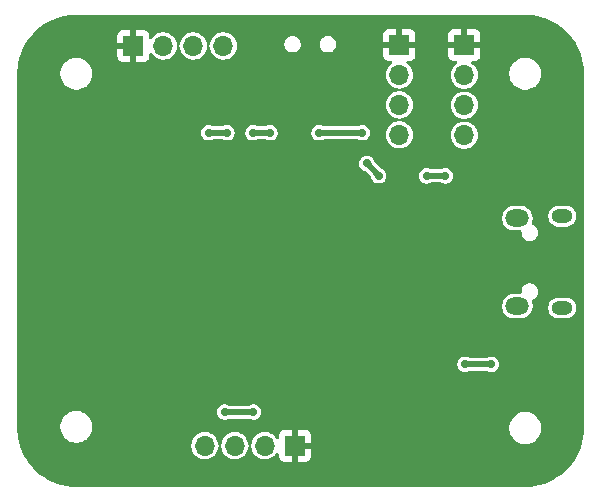
<source format=gbr>
%TF.GenerationSoftware,KiCad,Pcbnew,9.0.0*%
%TF.CreationDate,2025-04-21T09:04:46+10:00*%
%TF.ProjectId,SimplerFlight_v1,53696d70-6c65-4724-966c-696768745f76,rev?*%
%TF.SameCoordinates,Original*%
%TF.FileFunction,Copper,L2,Bot*%
%TF.FilePolarity,Positive*%
%FSLAX46Y46*%
G04 Gerber Fmt 4.6, Leading zero omitted, Abs format (unit mm)*
G04 Created by KiCad (PCBNEW 9.0.0) date 2025-04-21 09:04:46*
%MOMM*%
%LPD*%
G01*
G04 APERTURE LIST*
%TA.AperFunction,ComponentPad*%
%ADD10R,1.700000X1.700000*%
%TD*%
%TA.AperFunction,ComponentPad*%
%ADD11O,1.700000X1.700000*%
%TD*%
%TA.AperFunction,HeatsinkPad*%
%ADD12O,1.800000X1.150000*%
%TD*%
%TA.AperFunction,HeatsinkPad*%
%ADD13O,2.000000X1.450000*%
%TD*%
%TA.AperFunction,ViaPad*%
%ADD14C,0.700000*%
%TD*%
%TA.AperFunction,Conductor*%
%ADD15C,0.500000*%
%TD*%
G04 APERTURE END LIST*
D10*
%TO.P,J4,1,Pin_1*%
%TO.N,GND*%
X105830000Y-61650000D03*
D11*
%TO.P,J4,2,Pin_2*%
%TO.N,/12C1_SDA*%
X108370000Y-61650000D03*
%TO.P,J4,3,Pin_3*%
%TO.N,/12C1_SCL*%
X110910000Y-61650000D03*
%TO.P,J4,4,Pin_4*%
%TO.N,+3V3*%
X113450000Y-61650000D03*
%TD*%
D10*
%TO.P,J3,1,Pin_1*%
%TO.N,GND*%
X128350000Y-61560000D03*
D11*
%TO.P,J3,2,Pin_2*%
%TO.N,/USART1_RX*%
X128350000Y-64100000D03*
%TO.P,J3,3,Pin_3*%
%TO.N,/USART1_TX*%
X128350000Y-66640000D03*
%TO.P,J3,4,Pin_4*%
%TO.N,+3V3*%
X128350000Y-69180000D03*
%TD*%
D10*
%TO.P,J2,1,Pin_1*%
%TO.N,GND*%
X133850000Y-61580000D03*
D11*
%TO.P,J2,2,Pin_2*%
%TO.N,/SYS_JTCK-SWCLK*%
X133850000Y-64120000D03*
%TO.P,J2,3,Pin_3*%
%TO.N,/SYS_JTMS-SWDIO*%
X133850000Y-66660000D03*
%TO.P,J2,4,Pin_4*%
%TO.N,+3V3*%
X133850000Y-69200000D03*
%TD*%
D12*
%TO.P,J1,6,Shield*%
%TO.N,unconnected-(J1-Shield-Pad6)*%
X142145000Y-83825000D03*
D13*
X138345000Y-83675000D03*
%TO.N,N/C*%
X138345000Y-76225000D03*
D12*
%TO.N,unconnected-(J1-Shield-Pad6)*%
X142145000Y-76075000D03*
%TD*%
D10*
%TO.P,J5,1,Pin_1*%
%TO.N,GND*%
X119500000Y-95500000D03*
D11*
%TO.P,J5,2,Pin_2*%
%TO.N,/SPI1_MOSI*%
X116960000Y-95500000D03*
%TO.P,J5,3,Pin_3*%
%TO.N,/SPI1_MISO*%
X114420000Y-95500000D03*
%TO.P,J5,4,Pin_4*%
%TO.N,/SPI1_SCK*%
X111880000Y-95500000D03*
%TD*%
D14*
%TO.N,+3V3*%
X125200000Y-69000000D03*
X121550000Y-69000000D03*
X136150000Y-88600000D03*
X113550000Y-92650000D03*
X117400000Y-69000000D03*
X126594975Y-72644975D03*
X112200000Y-69000000D03*
X115950000Y-69000000D03*
X130650000Y-72650000D03*
X132250000Y-72650000D03*
X133900000Y-88600000D03*
X125600000Y-71600000D03*
X116000000Y-92650000D03*
X113750000Y-69000000D03*
%TO.N,GND*%
X111150000Y-92200000D03*
X105700000Y-74950000D03*
X136000000Y-78650000D03*
X126450000Y-77150000D03*
X123008139Y-64943560D03*
X126600000Y-82400000D03*
X129600000Y-85250000D03*
X103850000Y-77950000D03*
X133950000Y-85300000D03*
X105500000Y-85800000D03*
X103550000Y-85450000D03*
X106200000Y-85350000D03*
X111200000Y-70100000D03*
X119250000Y-86050000D03*
%TD*%
D15*
%TO.N,+3V3*%
X126550000Y-72550000D02*
X126550000Y-72600000D01*
X121550000Y-69000000D02*
X125200000Y-69000000D01*
X125600000Y-71600000D02*
X126550000Y-72550000D01*
X112200000Y-69000000D02*
X113750000Y-69000000D01*
X115950000Y-69000000D02*
X117400000Y-69000000D01*
X126550000Y-72600000D02*
X126594975Y-72644975D01*
X133900000Y-88600000D02*
X136150000Y-88600000D01*
X116000000Y-92650000D02*
X113550000Y-92650000D01*
X130650000Y-72650000D02*
X132250000Y-72650000D01*
%TD*%
%TA.AperFunction,Conductor*%
%TO.N,GND*%
G36*
X139002562Y-59000605D02*
G01*
X139370277Y-59015814D01*
X139375906Y-59016177D01*
X139459956Y-59023530D01*
X139464429Y-59024004D01*
X139787028Y-59064216D01*
X139793169Y-59065140D01*
X139871766Y-59078999D01*
X139875594Y-59079737D01*
X140199008Y-59147549D01*
X140205622Y-59149128D01*
X140274576Y-59167604D01*
X140277787Y-59168512D01*
X140603169Y-59265383D01*
X140610157Y-59267692D01*
X140664056Y-59287310D01*
X140666678Y-59288299D01*
X140996425Y-59416967D01*
X141003729Y-59420089D01*
X141034837Y-59434595D01*
X141036641Y-59435458D01*
X141374902Y-59600823D01*
X141383883Y-59605683D01*
X141730070Y-59811966D01*
X141738638Y-59817564D01*
X142066593Y-60051719D01*
X142074668Y-60058005D01*
X142254128Y-60210000D01*
X142382155Y-60318433D01*
X142389695Y-60325374D01*
X142674625Y-60610304D01*
X142681566Y-60617844D01*
X142722357Y-60666006D01*
X142920967Y-60900505D01*
X142941989Y-60925325D01*
X142948282Y-60933410D01*
X142979404Y-60976998D01*
X143182431Y-61261355D01*
X143188037Y-61269935D01*
X143394309Y-61616105D01*
X143399186Y-61625119D01*
X143564467Y-61963206D01*
X143565450Y-61965262D01*
X143579902Y-61996255D01*
X143583036Y-62003584D01*
X143711691Y-62333300D01*
X143712696Y-62335964D01*
X143732299Y-62389822D01*
X143734622Y-62396851D01*
X143831475Y-62722173D01*
X143832405Y-62725462D01*
X143850867Y-62794364D01*
X143852453Y-62801010D01*
X143920250Y-63124350D01*
X143921005Y-63128265D01*
X143934854Y-63206807D01*
X143935786Y-63213001D01*
X143975990Y-63535538D01*
X143976470Y-63540069D01*
X143983819Y-63624067D01*
X143984185Y-63629749D01*
X143999394Y-63997437D01*
X143999500Y-64002562D01*
X143999500Y-93997437D01*
X143999394Y-94002562D01*
X143984185Y-94370249D01*
X143983819Y-94375930D01*
X143983819Y-94375931D01*
X143976470Y-94459929D01*
X143975990Y-94464460D01*
X143935786Y-94786997D01*
X143934854Y-94793191D01*
X143921005Y-94871733D01*
X143920250Y-94875648D01*
X143852453Y-95198988D01*
X143850867Y-95205634D01*
X143832405Y-95274536D01*
X143831475Y-95277825D01*
X143734622Y-95603147D01*
X143732299Y-95610176D01*
X143712696Y-95664034D01*
X143711691Y-95666698D01*
X143583036Y-95996414D01*
X143579903Y-96003741D01*
X143579902Y-96003743D01*
X143565471Y-96034691D01*
X143564489Y-96036747D01*
X143399182Y-96374889D01*
X143394304Y-96383903D01*
X143188037Y-96730064D01*
X143182431Y-96738644D01*
X142948284Y-97066587D01*
X142941989Y-97074674D01*
X142681566Y-97382155D01*
X142674625Y-97389695D01*
X142389695Y-97674625D01*
X142382155Y-97681566D01*
X142074674Y-97941989D01*
X142066587Y-97948284D01*
X141738644Y-98182431D01*
X141730064Y-98188037D01*
X141383903Y-98394304D01*
X141374889Y-98399182D01*
X141036747Y-98564489D01*
X141034691Y-98565471D01*
X141003743Y-98579902D01*
X140996414Y-98583036D01*
X140666698Y-98711691D01*
X140664034Y-98712696D01*
X140610176Y-98732299D01*
X140603147Y-98734622D01*
X140277825Y-98831475D01*
X140274536Y-98832405D01*
X140205634Y-98850867D01*
X140198988Y-98852453D01*
X139875648Y-98920250D01*
X139871733Y-98921005D01*
X139793191Y-98934854D01*
X139786997Y-98935786D01*
X139464460Y-98975990D01*
X139459929Y-98976470D01*
X139375931Y-98983819D01*
X139370249Y-98984185D01*
X139002563Y-98999394D01*
X138997438Y-98999500D01*
X101002562Y-98999500D01*
X100997437Y-98999394D01*
X100629749Y-98984185D01*
X100624067Y-98983819D01*
X100540069Y-98976470D01*
X100535538Y-98975990D01*
X100213001Y-98935786D01*
X100206807Y-98934854D01*
X100128265Y-98921005D01*
X100124350Y-98920250D01*
X99801010Y-98852453D01*
X99794364Y-98850867D01*
X99725462Y-98832405D01*
X99722173Y-98831475D01*
X99396851Y-98734622D01*
X99389822Y-98732299D01*
X99335964Y-98712696D01*
X99333300Y-98711691D01*
X99003584Y-98583036D01*
X98996255Y-98579902D01*
X98965262Y-98565450D01*
X98963206Y-98564467D01*
X98625119Y-98399186D01*
X98616105Y-98394309D01*
X98269935Y-98188037D01*
X98261355Y-98182431D01*
X97933412Y-97948284D01*
X97925325Y-97941989D01*
X97617844Y-97681566D01*
X97610304Y-97674625D01*
X97325374Y-97389695D01*
X97318433Y-97382155D01*
X97058010Y-97074674D01*
X97051715Y-97066587D01*
X96938599Y-96908159D01*
X96817564Y-96738638D01*
X96811962Y-96730064D01*
X96798332Y-96707190D01*
X96605683Y-96383883D01*
X96600817Y-96374889D01*
X96435458Y-96036641D01*
X96434595Y-96034837D01*
X96420089Y-96003729D01*
X96416962Y-95996414D01*
X96405065Y-95965925D01*
X96288299Y-95666679D01*
X96287302Y-95664034D01*
X96267692Y-95610157D01*
X96265383Y-95603169D01*
X96207709Y-95409448D01*
X110729500Y-95409448D01*
X110729500Y-95590551D01*
X110757829Y-95769410D01*
X110813787Y-95941636D01*
X110813788Y-95941639D01*
X110896006Y-96102997D01*
X111002441Y-96249494D01*
X111002445Y-96249499D01*
X111130500Y-96377554D01*
X111130505Y-96377558D01*
X111158427Y-96397844D01*
X111277006Y-96483996D01*
X111382484Y-96537740D01*
X111438360Y-96566211D01*
X111438363Y-96566212D01*
X111517997Y-96592086D01*
X111610591Y-96622171D01*
X111693429Y-96635291D01*
X111789449Y-96650500D01*
X111789454Y-96650500D01*
X111970551Y-96650500D01*
X112057259Y-96636765D01*
X112149409Y-96622171D01*
X112321639Y-96566211D01*
X112482994Y-96483996D01*
X112629501Y-96377553D01*
X112757553Y-96249501D01*
X112863996Y-96102994D01*
X112946211Y-95941639D01*
X113002171Y-95769409D01*
X113025307Y-95623335D01*
X113027527Y-95609321D01*
X113057456Y-95546186D01*
X113116768Y-95509255D01*
X113186630Y-95510253D01*
X113244863Y-95548863D01*
X113272473Y-95609321D01*
X113297829Y-95769410D01*
X113353787Y-95941636D01*
X113353788Y-95941639D01*
X113436006Y-96102997D01*
X113542441Y-96249494D01*
X113542445Y-96249499D01*
X113670500Y-96377554D01*
X113670505Y-96377558D01*
X113698427Y-96397844D01*
X113817006Y-96483996D01*
X113922484Y-96537740D01*
X113978360Y-96566211D01*
X113978363Y-96566212D01*
X114057997Y-96592086D01*
X114150591Y-96622171D01*
X114233429Y-96635291D01*
X114329449Y-96650500D01*
X114329454Y-96650500D01*
X114510551Y-96650500D01*
X114597259Y-96636765D01*
X114689409Y-96622171D01*
X114861639Y-96566211D01*
X115022994Y-96483996D01*
X115169501Y-96377553D01*
X115297553Y-96249501D01*
X115403996Y-96102994D01*
X115486211Y-95941639D01*
X115542171Y-95769409D01*
X115565307Y-95623335D01*
X115567527Y-95609321D01*
X115597456Y-95546186D01*
X115656768Y-95509255D01*
X115726630Y-95510253D01*
X115784863Y-95548863D01*
X115812473Y-95609321D01*
X115837829Y-95769410D01*
X115893787Y-95941636D01*
X115893788Y-95941639D01*
X115976006Y-96102997D01*
X116082441Y-96249494D01*
X116082445Y-96249499D01*
X116210500Y-96377554D01*
X116210505Y-96377558D01*
X116238427Y-96397844D01*
X116357006Y-96483996D01*
X116462484Y-96537740D01*
X116518360Y-96566211D01*
X116518363Y-96566212D01*
X116597997Y-96592086D01*
X116690591Y-96622171D01*
X116773429Y-96635291D01*
X116869449Y-96650500D01*
X116869454Y-96650500D01*
X117050551Y-96650500D01*
X117137259Y-96636765D01*
X117229409Y-96622171D01*
X117401639Y-96566211D01*
X117562994Y-96483996D01*
X117709501Y-96377553D01*
X117837553Y-96249501D01*
X117837555Y-96249497D01*
X117837558Y-96249495D01*
X117925682Y-96128202D01*
X117981011Y-96085536D01*
X118050625Y-96079557D01*
X118112420Y-96112162D01*
X118146777Y-96173001D01*
X118150000Y-96201087D01*
X118150000Y-96397844D01*
X118156401Y-96457372D01*
X118156403Y-96457379D01*
X118206645Y-96592086D01*
X118206649Y-96592093D01*
X118292809Y-96707187D01*
X118292812Y-96707190D01*
X118407906Y-96793350D01*
X118407913Y-96793354D01*
X118542620Y-96843596D01*
X118542627Y-96843598D01*
X118602155Y-96849999D01*
X118602172Y-96850000D01*
X119250000Y-96850000D01*
X119250000Y-95933012D01*
X119307007Y-95965925D01*
X119434174Y-96000000D01*
X119565826Y-96000000D01*
X119692993Y-95965925D01*
X119750000Y-95933012D01*
X119750000Y-96850000D01*
X120397828Y-96850000D01*
X120397844Y-96849999D01*
X120457372Y-96843598D01*
X120457379Y-96843596D01*
X120592086Y-96793354D01*
X120592093Y-96793350D01*
X120707187Y-96707190D01*
X120707190Y-96707187D01*
X120793350Y-96592093D01*
X120793354Y-96592086D01*
X120843596Y-96457379D01*
X120843598Y-96457372D01*
X120849999Y-96397844D01*
X120850000Y-96397827D01*
X120850000Y-95750000D01*
X119933012Y-95750000D01*
X119965925Y-95692993D01*
X120000000Y-95565826D01*
X120000000Y-95434174D01*
X119965925Y-95307007D01*
X119933012Y-95250000D01*
X120850000Y-95250000D01*
X120850000Y-94602172D01*
X120849999Y-94602155D01*
X120843598Y-94542627D01*
X120843596Y-94542620D01*
X120793354Y-94407913D01*
X120793350Y-94407906D01*
X120707190Y-94292812D01*
X120707187Y-94292809D01*
X120592093Y-94206649D01*
X120592086Y-94206645D01*
X120457379Y-94156403D01*
X120457372Y-94156401D01*
X120397844Y-94150000D01*
X119750000Y-94150000D01*
X119750000Y-95066988D01*
X119692993Y-95034075D01*
X119565826Y-95000000D01*
X119434174Y-95000000D01*
X119307007Y-95034075D01*
X119250000Y-95066988D01*
X119250000Y-94150000D01*
X118602155Y-94150000D01*
X118542627Y-94156401D01*
X118542620Y-94156403D01*
X118407913Y-94206645D01*
X118407906Y-94206649D01*
X118292812Y-94292809D01*
X118292809Y-94292812D01*
X118206649Y-94407906D01*
X118206645Y-94407913D01*
X118156403Y-94542620D01*
X118156401Y-94542627D01*
X118150000Y-94602155D01*
X118150000Y-94798912D01*
X118130315Y-94865951D01*
X118077511Y-94911706D01*
X118008353Y-94921650D01*
X117944797Y-94892625D01*
X117925682Y-94871797D01*
X117837558Y-94750505D01*
X117837554Y-94750500D01*
X117709499Y-94622445D01*
X117709494Y-94622441D01*
X117562997Y-94516006D01*
X117562996Y-94516005D01*
X117562994Y-94516004D01*
X117511300Y-94489664D01*
X117401639Y-94433788D01*
X117401636Y-94433787D01*
X117229410Y-94377829D01*
X117050551Y-94349500D01*
X117050546Y-94349500D01*
X116869454Y-94349500D01*
X116869449Y-94349500D01*
X116690589Y-94377829D01*
X116518363Y-94433787D01*
X116518360Y-94433788D01*
X116357002Y-94516006D01*
X116210505Y-94622441D01*
X116210500Y-94622445D01*
X116082445Y-94750500D01*
X116082441Y-94750505D01*
X115976006Y-94897002D01*
X115893788Y-95058360D01*
X115893787Y-95058363D01*
X115837829Y-95230589D01*
X115812473Y-95390678D01*
X115782544Y-95453813D01*
X115723232Y-95490744D01*
X115653369Y-95489746D01*
X115595137Y-95451136D01*
X115567527Y-95390678D01*
X115549652Y-95277825D01*
X115542171Y-95230591D01*
X115486211Y-95058361D01*
X115486211Y-95058360D01*
X115456474Y-95000000D01*
X115403996Y-94897006D01*
X115332727Y-94798912D01*
X115297558Y-94750505D01*
X115297554Y-94750500D01*
X115169499Y-94622445D01*
X115169494Y-94622441D01*
X115022997Y-94516006D01*
X115022996Y-94516005D01*
X115022994Y-94516004D01*
X114971300Y-94489664D01*
X114861639Y-94433788D01*
X114861636Y-94433787D01*
X114689410Y-94377829D01*
X114510551Y-94349500D01*
X114510546Y-94349500D01*
X114329454Y-94349500D01*
X114329449Y-94349500D01*
X114150589Y-94377829D01*
X113978363Y-94433787D01*
X113978360Y-94433788D01*
X113817002Y-94516006D01*
X113670505Y-94622441D01*
X113670500Y-94622445D01*
X113542445Y-94750500D01*
X113542441Y-94750505D01*
X113436006Y-94897002D01*
X113353788Y-95058360D01*
X113353787Y-95058363D01*
X113297829Y-95230589D01*
X113272473Y-95390678D01*
X113242544Y-95453813D01*
X113183232Y-95490744D01*
X113113369Y-95489746D01*
X113055137Y-95451136D01*
X113027527Y-95390678D01*
X113009652Y-95277825D01*
X113002171Y-95230591D01*
X112946211Y-95058361D01*
X112946211Y-95058360D01*
X112916474Y-95000000D01*
X112863996Y-94897006D01*
X112792727Y-94798912D01*
X112757558Y-94750505D01*
X112757554Y-94750500D01*
X112629499Y-94622445D01*
X112629494Y-94622441D01*
X112482997Y-94516006D01*
X112482996Y-94516005D01*
X112482994Y-94516004D01*
X112431300Y-94489664D01*
X112321639Y-94433788D01*
X112321636Y-94433787D01*
X112149410Y-94377829D01*
X111970551Y-94349500D01*
X111970546Y-94349500D01*
X111789454Y-94349500D01*
X111789449Y-94349500D01*
X111610589Y-94377829D01*
X111438363Y-94433787D01*
X111438360Y-94433788D01*
X111277002Y-94516006D01*
X111130505Y-94622441D01*
X111130500Y-94622445D01*
X111002445Y-94750500D01*
X111002441Y-94750505D01*
X110896006Y-94897002D01*
X110813788Y-95058360D01*
X110813787Y-95058363D01*
X110757829Y-95230589D01*
X110729500Y-95409448D01*
X96207709Y-95409448D01*
X96168512Y-95277787D01*
X96167604Y-95274576D01*
X96149128Y-95205622D01*
X96147549Y-95199008D01*
X96079737Y-94875594D01*
X96078999Y-94871766D01*
X96065140Y-94793169D01*
X96064216Y-94787028D01*
X96024004Y-94464429D01*
X96023530Y-94459956D01*
X96016177Y-94375906D01*
X96015814Y-94370277D01*
X96000606Y-94002562D01*
X96000500Y-93997438D01*
X96000500Y-93793713D01*
X99649500Y-93793713D01*
X99649500Y-94006286D01*
X99681233Y-94206645D01*
X99682754Y-94216243D01*
X99746637Y-94412855D01*
X99748444Y-94418414D01*
X99844951Y-94607820D01*
X99969890Y-94779786D01*
X100120213Y-94930109D01*
X100292179Y-95055048D01*
X100292181Y-95055049D01*
X100292184Y-95055051D01*
X100481588Y-95151557D01*
X100683757Y-95217246D01*
X100893713Y-95250500D01*
X100893714Y-95250500D01*
X101106286Y-95250500D01*
X101106287Y-95250500D01*
X101316243Y-95217246D01*
X101518412Y-95151557D01*
X101707816Y-95055051D01*
X101783588Y-95000000D01*
X101879786Y-94930109D01*
X101879788Y-94930106D01*
X101879792Y-94930104D01*
X102030104Y-94779792D01*
X102030106Y-94779788D01*
X102030109Y-94779786D01*
X102155048Y-94607820D01*
X102155047Y-94607820D01*
X102155051Y-94607816D01*
X102251557Y-94418412D01*
X102317246Y-94216243D01*
X102350500Y-94006287D01*
X102350500Y-93893713D01*
X137649500Y-93893713D01*
X137649500Y-94106287D01*
X137682754Y-94316243D01*
X137747661Y-94516006D01*
X137748444Y-94518414D01*
X137844951Y-94707820D01*
X137969890Y-94879786D01*
X138120213Y-95030109D01*
X138292179Y-95155048D01*
X138292181Y-95155049D01*
X138292184Y-95155051D01*
X138481588Y-95251557D01*
X138683757Y-95317246D01*
X138893713Y-95350500D01*
X138893714Y-95350500D01*
X139106286Y-95350500D01*
X139106287Y-95350500D01*
X139316243Y-95317246D01*
X139518412Y-95251557D01*
X139707816Y-95155051D01*
X139840897Y-95058363D01*
X139879786Y-95030109D01*
X139879788Y-95030106D01*
X139879792Y-95030104D01*
X140030104Y-94879792D01*
X140030106Y-94879788D01*
X140030109Y-94879786D01*
X140155048Y-94707820D01*
X140155047Y-94707820D01*
X140155051Y-94707816D01*
X140251557Y-94518412D01*
X140317246Y-94316243D01*
X140350500Y-94106287D01*
X140350500Y-93893713D01*
X140317246Y-93683757D01*
X140251557Y-93481588D01*
X140155051Y-93292184D01*
X140155049Y-93292181D01*
X140155048Y-93292179D01*
X140030109Y-93120213D01*
X139879786Y-92969890D01*
X139707820Y-92844951D01*
X139518414Y-92748444D01*
X139518413Y-92748443D01*
X139518412Y-92748443D01*
X139316243Y-92682754D01*
X139316241Y-92682753D01*
X139316240Y-92682753D01*
X139154957Y-92657208D01*
X139106287Y-92649500D01*
X138893713Y-92649500D01*
X138845042Y-92657208D01*
X138683760Y-92682753D01*
X138481585Y-92748444D01*
X138292179Y-92844951D01*
X138120213Y-92969890D01*
X137969890Y-93120213D01*
X137844951Y-93292179D01*
X137748444Y-93481585D01*
X137682753Y-93683760D01*
X137649500Y-93893713D01*
X102350500Y-93893713D01*
X102350500Y-93793713D01*
X102317246Y-93583757D01*
X102251557Y-93381588D01*
X102155051Y-93192184D01*
X102155049Y-93192181D01*
X102155048Y-93192179D01*
X102030109Y-93020213D01*
X101879786Y-92869890D01*
X101707820Y-92744951D01*
X101647214Y-92714071D01*
X112899499Y-92714071D01*
X112924497Y-92839738D01*
X112924499Y-92839744D01*
X112973533Y-92958124D01*
X112973538Y-92958133D01*
X113044723Y-93064668D01*
X113044726Y-93064672D01*
X113135327Y-93155273D01*
X113135331Y-93155276D01*
X113241866Y-93226461D01*
X113241872Y-93226464D01*
X113241873Y-93226465D01*
X113360256Y-93275501D01*
X113360260Y-93275501D01*
X113360261Y-93275502D01*
X113485928Y-93300500D01*
X113485931Y-93300500D01*
X113614071Y-93300500D01*
X113698615Y-93283682D01*
X113739744Y-93275501D01*
X113858127Y-93226465D01*
X113865712Y-93221396D01*
X113932389Y-93200520D01*
X113934601Y-93200500D01*
X115615399Y-93200500D01*
X115682438Y-93220185D01*
X115684252Y-93221373D01*
X115691873Y-93226465D01*
X115810256Y-93275501D01*
X115810260Y-93275501D01*
X115810261Y-93275502D01*
X115935928Y-93300500D01*
X115935931Y-93300500D01*
X116064071Y-93300500D01*
X116148615Y-93283682D01*
X116189744Y-93275501D01*
X116308127Y-93226465D01*
X116414669Y-93155276D01*
X116505276Y-93064669D01*
X116576465Y-92958127D01*
X116625501Y-92839744D01*
X116643662Y-92748444D01*
X116650500Y-92714071D01*
X116650500Y-92585928D01*
X116625502Y-92460261D01*
X116625501Y-92460260D01*
X116625501Y-92460256D01*
X116576465Y-92341873D01*
X116576464Y-92341872D01*
X116576461Y-92341866D01*
X116505276Y-92235331D01*
X116505273Y-92235327D01*
X116414672Y-92144726D01*
X116414668Y-92144723D01*
X116308133Y-92073538D01*
X116308124Y-92073533D01*
X116189744Y-92024499D01*
X116189738Y-92024497D01*
X116064071Y-91999500D01*
X116064069Y-91999500D01*
X115935931Y-91999500D01*
X115935929Y-91999500D01*
X115810261Y-92024497D01*
X115810255Y-92024499D01*
X115691876Y-92073533D01*
X115691873Y-92073534D01*
X115691873Y-92073535D01*
X115684287Y-92078603D01*
X115617611Y-92099480D01*
X115615399Y-92099500D01*
X113934601Y-92099500D01*
X113867562Y-92079815D01*
X113865747Y-92078626D01*
X113858127Y-92073535D01*
X113858124Y-92073533D01*
X113858123Y-92073533D01*
X113739744Y-92024499D01*
X113739738Y-92024497D01*
X113614071Y-91999500D01*
X113614069Y-91999500D01*
X113485931Y-91999500D01*
X113485929Y-91999500D01*
X113360261Y-92024497D01*
X113360255Y-92024499D01*
X113241875Y-92073533D01*
X113241866Y-92073538D01*
X113135331Y-92144723D01*
X113135327Y-92144726D01*
X113044726Y-92235327D01*
X113044723Y-92235331D01*
X112973538Y-92341866D01*
X112973533Y-92341875D01*
X112924499Y-92460255D01*
X112924497Y-92460261D01*
X112899500Y-92585928D01*
X112899500Y-92585931D01*
X112899500Y-92714069D01*
X112899500Y-92714071D01*
X112899499Y-92714071D01*
X101647214Y-92714071D01*
X101600608Y-92690324D01*
X101518414Y-92648444D01*
X101518413Y-92648443D01*
X101518412Y-92648443D01*
X101316243Y-92582754D01*
X101316241Y-92582753D01*
X101316240Y-92582753D01*
X101154957Y-92557208D01*
X101106287Y-92549500D01*
X100893713Y-92549500D01*
X100845042Y-92557208D01*
X100683760Y-92582753D01*
X100481585Y-92648444D01*
X100292179Y-92744951D01*
X100120213Y-92869890D01*
X99969890Y-93020213D01*
X99844951Y-93192179D01*
X99748444Y-93381585D01*
X99682753Y-93583760D01*
X99649500Y-93793713D01*
X96000500Y-93793713D01*
X96000500Y-88664071D01*
X133249499Y-88664071D01*
X133274497Y-88789738D01*
X133274499Y-88789744D01*
X133323533Y-88908124D01*
X133323538Y-88908133D01*
X133394723Y-89014668D01*
X133394726Y-89014672D01*
X133485327Y-89105273D01*
X133485331Y-89105276D01*
X133591866Y-89176461D01*
X133591872Y-89176464D01*
X133591873Y-89176465D01*
X133710256Y-89225501D01*
X133710260Y-89225501D01*
X133710261Y-89225502D01*
X133835928Y-89250500D01*
X133835931Y-89250500D01*
X133964071Y-89250500D01*
X134048615Y-89233682D01*
X134089744Y-89225501D01*
X134208127Y-89176465D01*
X134215712Y-89171396D01*
X134282389Y-89150520D01*
X134284601Y-89150500D01*
X135765399Y-89150500D01*
X135832438Y-89170185D01*
X135834252Y-89171373D01*
X135841873Y-89176465D01*
X135960256Y-89225501D01*
X135960260Y-89225501D01*
X135960261Y-89225502D01*
X136085928Y-89250500D01*
X136085931Y-89250500D01*
X136214071Y-89250500D01*
X136298615Y-89233682D01*
X136339744Y-89225501D01*
X136458127Y-89176465D01*
X136564669Y-89105276D01*
X136655276Y-89014669D01*
X136726465Y-88908127D01*
X136775501Y-88789744D01*
X136800500Y-88664069D01*
X136800500Y-88535931D01*
X136800500Y-88535928D01*
X136775502Y-88410261D01*
X136775501Y-88410260D01*
X136775501Y-88410256D01*
X136726465Y-88291873D01*
X136726464Y-88291872D01*
X136726461Y-88291866D01*
X136655276Y-88185331D01*
X136655273Y-88185327D01*
X136564672Y-88094726D01*
X136564668Y-88094723D01*
X136458133Y-88023538D01*
X136458124Y-88023533D01*
X136339744Y-87974499D01*
X136339738Y-87974497D01*
X136214071Y-87949500D01*
X136214069Y-87949500D01*
X136085931Y-87949500D01*
X136085929Y-87949500D01*
X135960261Y-87974497D01*
X135960255Y-87974499D01*
X135841876Y-88023533D01*
X135841873Y-88023534D01*
X135841873Y-88023535D01*
X135834287Y-88028603D01*
X135767611Y-88049480D01*
X135765399Y-88049500D01*
X134284601Y-88049500D01*
X134217562Y-88029815D01*
X134215747Y-88028626D01*
X134208127Y-88023535D01*
X134208124Y-88023533D01*
X134208123Y-88023533D01*
X134089744Y-87974499D01*
X134089738Y-87974497D01*
X133964071Y-87949500D01*
X133964069Y-87949500D01*
X133835931Y-87949500D01*
X133835929Y-87949500D01*
X133710261Y-87974497D01*
X133710255Y-87974499D01*
X133591875Y-88023533D01*
X133591866Y-88023538D01*
X133485331Y-88094723D01*
X133485327Y-88094726D01*
X133394726Y-88185327D01*
X133394723Y-88185331D01*
X133323538Y-88291866D01*
X133323533Y-88291875D01*
X133274499Y-88410255D01*
X133274497Y-88410261D01*
X133249500Y-88535928D01*
X133249500Y-88535931D01*
X133249500Y-88664069D01*
X133249500Y-88664071D01*
X133249499Y-88664071D01*
X96000500Y-88664071D01*
X96000500Y-83573992D01*
X137044500Y-83573992D01*
X137044500Y-83776007D01*
X137083907Y-83974119D01*
X137083909Y-83974127D01*
X137161212Y-84160752D01*
X137161217Y-84160762D01*
X137273441Y-84328718D01*
X137416281Y-84471558D01*
X137584237Y-84583782D01*
X137584241Y-84583784D01*
X137584244Y-84583786D01*
X137770873Y-84661091D01*
X137968992Y-84700499D01*
X137968996Y-84700500D01*
X137968997Y-84700500D01*
X138721004Y-84700500D01*
X138721005Y-84700499D01*
X138919127Y-84661091D01*
X139105756Y-84583786D01*
X139273718Y-84471558D01*
X139416558Y-84328718D01*
X139528786Y-84160756D01*
X139606091Y-83974127D01*
X139645500Y-83776003D01*
X139645500Y-83738766D01*
X140944500Y-83738766D01*
X140944500Y-83911233D01*
X140978143Y-84080366D01*
X140978146Y-84080378D01*
X141044138Y-84239698D01*
X141044145Y-84239711D01*
X141139954Y-84383098D01*
X141139957Y-84383102D01*
X141261897Y-84505042D01*
X141261901Y-84505045D01*
X141405288Y-84600854D01*
X141405301Y-84600861D01*
X141550708Y-84661090D01*
X141564626Y-84666855D01*
X141733766Y-84700499D01*
X141733769Y-84700500D01*
X141733771Y-84700500D01*
X142556231Y-84700500D01*
X142556232Y-84700499D01*
X142725374Y-84666855D01*
X142884705Y-84600858D01*
X143028099Y-84505045D01*
X143150045Y-84383099D01*
X143245858Y-84239705D01*
X143311855Y-84080374D01*
X143345500Y-83911229D01*
X143345500Y-83738771D01*
X143345500Y-83738768D01*
X143345499Y-83738766D01*
X143311856Y-83569633D01*
X143311855Y-83569626D01*
X143311853Y-83569621D01*
X143245861Y-83410301D01*
X143245854Y-83410288D01*
X143150045Y-83266901D01*
X143150042Y-83266897D01*
X143028102Y-83144957D01*
X143028098Y-83144954D01*
X142884711Y-83049145D01*
X142884698Y-83049138D01*
X142725378Y-82983146D01*
X142725366Y-82983143D01*
X142556232Y-82949500D01*
X142556229Y-82949500D01*
X141733771Y-82949500D01*
X141733768Y-82949500D01*
X141564633Y-82983143D01*
X141564621Y-82983146D01*
X141405301Y-83049138D01*
X141405288Y-83049145D01*
X141261901Y-83144954D01*
X141261897Y-83144957D01*
X141139957Y-83266897D01*
X141139954Y-83266901D01*
X141044145Y-83410288D01*
X141044138Y-83410301D01*
X140978146Y-83569621D01*
X140978143Y-83569633D01*
X140944500Y-83738766D01*
X139645500Y-83738766D01*
X139645500Y-83573997D01*
X139606091Y-83375873D01*
X139563354Y-83272697D01*
X139555885Y-83203227D01*
X139587160Y-83140748D01*
X139630457Y-83110685D01*
X139726811Y-83070775D01*
X139841542Y-82994114D01*
X139939114Y-82896542D01*
X140015775Y-82781811D01*
X140022236Y-82766214D01*
X140068578Y-82654332D01*
X140068580Y-82654328D01*
X140082975Y-82581959D01*
X140095500Y-82518995D01*
X140095500Y-82381004D01*
X140068581Y-82245677D01*
X140068580Y-82245676D01*
X140068580Y-82245672D01*
X140068578Y-82245667D01*
X140015778Y-82118195D01*
X140015771Y-82118182D01*
X139939114Y-82003458D01*
X139939111Y-82003454D01*
X139841545Y-81905888D01*
X139841541Y-81905885D01*
X139726817Y-81829228D01*
X139726804Y-81829221D01*
X139599332Y-81776421D01*
X139599322Y-81776418D01*
X139463995Y-81749500D01*
X139463993Y-81749500D01*
X139326007Y-81749500D01*
X139326005Y-81749500D01*
X139190677Y-81776418D01*
X139190667Y-81776421D01*
X139063195Y-81829221D01*
X139063182Y-81829228D01*
X138948458Y-81905885D01*
X138948454Y-81905888D01*
X138850888Y-82003454D01*
X138850885Y-82003458D01*
X138774228Y-82118182D01*
X138774221Y-82118195D01*
X138721421Y-82245667D01*
X138721418Y-82245677D01*
X138694500Y-82381004D01*
X138694500Y-82525085D01*
X138691710Y-82525085D01*
X138680942Y-82581959D01*
X138632892Y-82632683D01*
X138570541Y-82649500D01*
X137968992Y-82649500D01*
X137770880Y-82688907D01*
X137770872Y-82688909D01*
X137584247Y-82766212D01*
X137584237Y-82766217D01*
X137416281Y-82878441D01*
X137273441Y-83021281D01*
X137161217Y-83189237D01*
X137161212Y-83189247D01*
X137083909Y-83375872D01*
X137083907Y-83375880D01*
X137044500Y-83573992D01*
X96000500Y-83573992D01*
X96000500Y-76123992D01*
X137044500Y-76123992D01*
X137044500Y-76326007D01*
X137083907Y-76524119D01*
X137083909Y-76524127D01*
X137161212Y-76710752D01*
X137161217Y-76710762D01*
X137273441Y-76878718D01*
X137416281Y-77021558D01*
X137584237Y-77133782D01*
X137584241Y-77133784D01*
X137584244Y-77133786D01*
X137770873Y-77211091D01*
X137944700Y-77245667D01*
X137968992Y-77250499D01*
X137968996Y-77250500D01*
X137968997Y-77250500D01*
X138570541Y-77250500D01*
X138637580Y-77270185D01*
X138683335Y-77322989D01*
X138691980Y-77374915D01*
X138694500Y-77374915D01*
X138694500Y-77381007D01*
X138694500Y-77518993D01*
X138694500Y-77518995D01*
X138694499Y-77518995D01*
X138721418Y-77654322D01*
X138721421Y-77654332D01*
X138774221Y-77781804D01*
X138774228Y-77781817D01*
X138850885Y-77896541D01*
X138850888Y-77896545D01*
X138948454Y-77994111D01*
X138948458Y-77994114D01*
X139063182Y-78070771D01*
X139063195Y-78070778D01*
X139190667Y-78123578D01*
X139190672Y-78123580D01*
X139190676Y-78123580D01*
X139190677Y-78123581D01*
X139326004Y-78150500D01*
X139326007Y-78150500D01*
X139463995Y-78150500D01*
X139555041Y-78132389D01*
X139599328Y-78123580D01*
X139726811Y-78070775D01*
X139841542Y-77994114D01*
X139939114Y-77896542D01*
X140015775Y-77781811D01*
X140068580Y-77654328D01*
X140095500Y-77518993D01*
X140095500Y-77381007D01*
X140095500Y-77381004D01*
X140068581Y-77245677D01*
X140068580Y-77245676D01*
X140068580Y-77245672D01*
X140022236Y-77133787D01*
X140015778Y-77118195D01*
X140015771Y-77118182D01*
X139939114Y-77003458D01*
X139939111Y-77003454D01*
X139841545Y-76905888D01*
X139841541Y-76905885D01*
X139726817Y-76829228D01*
X139726804Y-76829221D01*
X139630462Y-76789316D01*
X139576058Y-76745476D01*
X139553993Y-76679182D01*
X139563351Y-76627307D01*
X139606091Y-76524127D01*
X139645500Y-76326003D01*
X139645500Y-76123997D01*
X139645345Y-76123222D01*
X139622203Y-76006870D01*
X139618602Y-75988766D01*
X140944500Y-75988766D01*
X140944500Y-76161233D01*
X140978143Y-76330366D01*
X140978146Y-76330378D01*
X141044138Y-76489698D01*
X141044145Y-76489711D01*
X141139954Y-76633098D01*
X141139957Y-76633102D01*
X141261897Y-76755042D01*
X141261901Y-76755045D01*
X141405288Y-76850854D01*
X141405301Y-76850861D01*
X141538142Y-76905885D01*
X141564626Y-76916855D01*
X141733766Y-76950499D01*
X141733769Y-76950500D01*
X141733771Y-76950500D01*
X142556231Y-76950500D01*
X142556232Y-76950499D01*
X142725374Y-76916855D01*
X142884705Y-76850858D01*
X143028099Y-76755045D01*
X143150045Y-76633099D01*
X143245858Y-76489705D01*
X143311855Y-76330374D01*
X143345500Y-76161229D01*
X143345500Y-75988771D01*
X143345500Y-75988768D01*
X143345499Y-75988766D01*
X143332989Y-75925873D01*
X143311855Y-75819626D01*
X143278557Y-75739237D01*
X143245861Y-75660301D01*
X143245854Y-75660288D01*
X143150045Y-75516901D01*
X143150042Y-75516897D01*
X143028102Y-75394957D01*
X143028098Y-75394954D01*
X142884711Y-75299145D01*
X142884698Y-75299138D01*
X142725378Y-75233146D01*
X142725366Y-75233143D01*
X142556232Y-75199500D01*
X142556229Y-75199500D01*
X141733771Y-75199500D01*
X141733768Y-75199500D01*
X141564633Y-75233143D01*
X141564621Y-75233146D01*
X141405301Y-75299138D01*
X141405288Y-75299145D01*
X141261901Y-75394954D01*
X141261897Y-75394957D01*
X141139957Y-75516897D01*
X141139954Y-75516901D01*
X141044145Y-75660288D01*
X141044138Y-75660301D01*
X140978146Y-75819621D01*
X140978143Y-75819633D01*
X140944500Y-75988766D01*
X139618602Y-75988766D01*
X139606092Y-75925880D01*
X139606091Y-75925873D01*
X139528786Y-75739244D01*
X139528784Y-75739241D01*
X139528782Y-75739237D01*
X139416558Y-75571281D01*
X139273718Y-75428441D01*
X139105762Y-75316217D01*
X139105752Y-75316212D01*
X138919127Y-75238909D01*
X138919119Y-75238907D01*
X138721007Y-75199500D01*
X138721003Y-75199500D01*
X137968997Y-75199500D01*
X137968992Y-75199500D01*
X137770880Y-75238907D01*
X137770872Y-75238909D01*
X137584247Y-75316212D01*
X137584237Y-75316217D01*
X137416281Y-75428441D01*
X137273441Y-75571281D01*
X137161217Y-75739237D01*
X137161212Y-75739247D01*
X137083909Y-75925872D01*
X137083907Y-75925880D01*
X137044500Y-76123992D01*
X96000500Y-76123992D01*
X96000500Y-71664071D01*
X124949499Y-71664071D01*
X124974497Y-71789738D01*
X124974499Y-71789744D01*
X125023533Y-71908124D01*
X125023538Y-71908133D01*
X125094723Y-72014668D01*
X125094726Y-72014672D01*
X125185327Y-72105273D01*
X125185331Y-72105276D01*
X125291866Y-72176461D01*
X125291879Y-72176468D01*
X125362902Y-72205886D01*
X125410256Y-72225501D01*
X125419198Y-72227279D01*
X125481109Y-72259662D01*
X125482691Y-72261216D01*
X125921342Y-72699867D01*
X125954827Y-72761190D01*
X125955278Y-72763356D01*
X125969472Y-72834713D01*
X125969473Y-72834717D01*
X126018508Y-72953099D01*
X126018513Y-72953108D01*
X126089698Y-73059643D01*
X126089701Y-73059647D01*
X126180302Y-73150248D01*
X126180306Y-73150251D01*
X126286841Y-73221436D01*
X126286847Y-73221439D01*
X126286848Y-73221440D01*
X126405231Y-73270476D01*
X126405235Y-73270476D01*
X126405236Y-73270477D01*
X126530903Y-73295475D01*
X126530906Y-73295475D01*
X126659046Y-73295475D01*
X126759462Y-73275500D01*
X126784719Y-73270476D01*
X126903102Y-73221440D01*
X127009644Y-73150251D01*
X127100251Y-73059644D01*
X127171440Y-72953102D01*
X127220476Y-72834719D01*
X127228657Y-72793590D01*
X127244475Y-72714071D01*
X129999499Y-72714071D01*
X130024497Y-72839738D01*
X130024499Y-72839744D01*
X130073533Y-72958124D01*
X130073538Y-72958133D01*
X130144723Y-73064668D01*
X130144726Y-73064672D01*
X130235327Y-73155273D01*
X130235331Y-73155276D01*
X130341866Y-73226461D01*
X130341872Y-73226464D01*
X130341873Y-73226465D01*
X130460256Y-73275501D01*
X130460260Y-73275501D01*
X130460261Y-73275502D01*
X130585928Y-73300500D01*
X130585931Y-73300500D01*
X130714071Y-73300500D01*
X130798615Y-73283682D01*
X130839744Y-73275501D01*
X130958127Y-73226465D01*
X130965712Y-73221396D01*
X131032389Y-73200520D01*
X131034601Y-73200500D01*
X131865399Y-73200500D01*
X131932438Y-73220185D01*
X131934252Y-73221373D01*
X131941873Y-73226465D01*
X132060256Y-73275501D01*
X132060260Y-73275501D01*
X132060261Y-73275502D01*
X132185928Y-73300500D01*
X132185931Y-73300500D01*
X132314071Y-73300500D01*
X132398615Y-73283682D01*
X132439744Y-73275501D01*
X132558127Y-73226465D01*
X132664669Y-73155276D01*
X132755276Y-73064669D01*
X132826465Y-72958127D01*
X132875501Y-72839744D01*
X132891127Y-72761190D01*
X132900500Y-72714071D01*
X132900500Y-72585928D01*
X132875502Y-72460261D01*
X132875501Y-72460260D01*
X132875501Y-72460256D01*
X132826465Y-72341873D01*
X132826464Y-72341872D01*
X132826461Y-72341866D01*
X132755276Y-72235331D01*
X132755273Y-72235327D01*
X132664672Y-72144726D01*
X132664668Y-72144723D01*
X132558133Y-72073538D01*
X132558124Y-72073533D01*
X132439744Y-72024499D01*
X132439738Y-72024497D01*
X132314071Y-71999500D01*
X132314069Y-71999500D01*
X132185931Y-71999500D01*
X132185929Y-71999500D01*
X132060261Y-72024497D01*
X132060255Y-72024499D01*
X131941876Y-72073533D01*
X131941873Y-72073534D01*
X131941873Y-72073535D01*
X131934287Y-72078603D01*
X131867611Y-72099480D01*
X131865399Y-72099500D01*
X131034601Y-72099500D01*
X130967562Y-72079815D01*
X130965747Y-72078626D01*
X130958127Y-72073535D01*
X130958124Y-72073533D01*
X130958123Y-72073533D01*
X130839744Y-72024499D01*
X130839738Y-72024497D01*
X130714071Y-71999500D01*
X130714069Y-71999500D01*
X130585931Y-71999500D01*
X130585929Y-71999500D01*
X130460261Y-72024497D01*
X130460255Y-72024499D01*
X130341875Y-72073533D01*
X130341866Y-72073538D01*
X130235331Y-72144723D01*
X130235327Y-72144726D01*
X130144726Y-72235327D01*
X130144723Y-72235331D01*
X130073538Y-72341866D01*
X130073533Y-72341875D01*
X130024499Y-72460255D01*
X130024497Y-72460261D01*
X129999500Y-72585928D01*
X129999500Y-72585931D01*
X129999500Y-72714069D01*
X129999500Y-72714071D01*
X129999499Y-72714071D01*
X127244475Y-72714071D01*
X127245475Y-72709046D01*
X127245475Y-72580903D01*
X127220477Y-72455236D01*
X127220476Y-72455235D01*
X127220476Y-72455231D01*
X127173522Y-72341875D01*
X127171441Y-72336850D01*
X127171436Y-72336841D01*
X127100251Y-72230306D01*
X127100248Y-72230302D01*
X127009647Y-72139701D01*
X127009643Y-72139698D01*
X126903108Y-72068513D01*
X126903098Y-72068508D01*
X126830175Y-72038302D01*
X126789947Y-72011422D01*
X126261216Y-71482691D01*
X126227731Y-71421368D01*
X126227279Y-71419197D01*
X126225501Y-71410256D01*
X126205886Y-71362902D01*
X126176468Y-71291879D01*
X126176461Y-71291866D01*
X126105276Y-71185331D01*
X126105273Y-71185327D01*
X126014672Y-71094726D01*
X126014668Y-71094723D01*
X125908133Y-71023538D01*
X125908124Y-71023533D01*
X125789744Y-70974499D01*
X125789738Y-70974497D01*
X125664071Y-70949500D01*
X125664069Y-70949500D01*
X125535931Y-70949500D01*
X125535929Y-70949500D01*
X125410261Y-70974497D01*
X125410255Y-70974499D01*
X125291875Y-71023533D01*
X125291866Y-71023538D01*
X125185331Y-71094723D01*
X125185327Y-71094726D01*
X125094726Y-71185327D01*
X125094723Y-71185331D01*
X125023538Y-71291866D01*
X125023533Y-71291875D01*
X124974499Y-71410255D01*
X124974497Y-71410261D01*
X124949500Y-71535928D01*
X124949500Y-71535931D01*
X124949500Y-71664069D01*
X124949500Y-71664071D01*
X124949499Y-71664071D01*
X96000500Y-71664071D01*
X96000500Y-69064071D01*
X111549499Y-69064071D01*
X111574497Y-69189738D01*
X111574499Y-69189744D01*
X111623533Y-69308124D01*
X111623538Y-69308133D01*
X111694723Y-69414668D01*
X111694726Y-69414672D01*
X111785327Y-69505273D01*
X111785331Y-69505276D01*
X111891866Y-69576461D01*
X111891872Y-69576464D01*
X111891873Y-69576465D01*
X112010256Y-69625501D01*
X112010260Y-69625501D01*
X112010261Y-69625502D01*
X112135928Y-69650500D01*
X112135931Y-69650500D01*
X112264071Y-69650500D01*
X112348615Y-69633682D01*
X112389744Y-69625501D01*
X112508127Y-69576465D01*
X112515712Y-69571396D01*
X112582389Y-69550520D01*
X112584601Y-69550500D01*
X113365399Y-69550500D01*
X113432438Y-69570185D01*
X113434252Y-69571373D01*
X113441873Y-69576465D01*
X113560256Y-69625501D01*
X113560260Y-69625501D01*
X113560261Y-69625502D01*
X113685928Y-69650500D01*
X113685931Y-69650500D01*
X113814071Y-69650500D01*
X113898615Y-69633682D01*
X113939744Y-69625501D01*
X114058127Y-69576465D01*
X114164669Y-69505276D01*
X114255276Y-69414669D01*
X114326465Y-69308127D01*
X114375501Y-69189744D01*
X114391473Y-69109448D01*
X114400500Y-69064071D01*
X115299499Y-69064071D01*
X115324497Y-69189738D01*
X115324499Y-69189744D01*
X115373533Y-69308124D01*
X115373538Y-69308133D01*
X115444723Y-69414668D01*
X115444726Y-69414672D01*
X115535327Y-69505273D01*
X115535331Y-69505276D01*
X115641866Y-69576461D01*
X115641872Y-69576464D01*
X115641873Y-69576465D01*
X115760256Y-69625501D01*
X115760260Y-69625501D01*
X115760261Y-69625502D01*
X115885928Y-69650500D01*
X115885931Y-69650500D01*
X116014071Y-69650500D01*
X116098615Y-69633682D01*
X116139744Y-69625501D01*
X116258127Y-69576465D01*
X116265712Y-69571396D01*
X116332389Y-69550520D01*
X116334601Y-69550500D01*
X117015399Y-69550500D01*
X117082438Y-69570185D01*
X117084252Y-69571373D01*
X117091873Y-69576465D01*
X117210256Y-69625501D01*
X117210260Y-69625501D01*
X117210261Y-69625502D01*
X117335928Y-69650500D01*
X117335931Y-69650500D01*
X117464071Y-69650500D01*
X117548615Y-69633682D01*
X117589744Y-69625501D01*
X117708127Y-69576465D01*
X117814669Y-69505276D01*
X117905276Y-69414669D01*
X117976465Y-69308127D01*
X118025501Y-69189744D01*
X118041473Y-69109448D01*
X118050500Y-69064071D01*
X120899499Y-69064071D01*
X120924497Y-69189738D01*
X120924499Y-69189744D01*
X120973533Y-69308124D01*
X120973538Y-69308133D01*
X121044723Y-69414668D01*
X121044726Y-69414672D01*
X121135327Y-69505273D01*
X121135331Y-69505276D01*
X121241866Y-69576461D01*
X121241872Y-69576464D01*
X121241873Y-69576465D01*
X121360256Y-69625501D01*
X121360260Y-69625501D01*
X121360261Y-69625502D01*
X121485928Y-69650500D01*
X121485931Y-69650500D01*
X121614071Y-69650500D01*
X121698615Y-69633682D01*
X121739744Y-69625501D01*
X121858127Y-69576465D01*
X121865712Y-69571396D01*
X121932389Y-69550520D01*
X121934601Y-69550500D01*
X124815399Y-69550500D01*
X124882438Y-69570185D01*
X124884252Y-69571373D01*
X124891873Y-69576465D01*
X125010256Y-69625501D01*
X125010260Y-69625501D01*
X125010261Y-69625502D01*
X125135928Y-69650500D01*
X125135931Y-69650500D01*
X125264071Y-69650500D01*
X125348615Y-69633682D01*
X125389744Y-69625501D01*
X125508127Y-69576465D01*
X125614669Y-69505276D01*
X125705276Y-69414669D01*
X125776465Y-69308127D01*
X125825501Y-69189744D01*
X125841473Y-69109448D01*
X125850500Y-69064071D01*
X125850500Y-68935928D01*
X125825502Y-68810261D01*
X125825501Y-68810260D01*
X125825501Y-68810256D01*
X125776465Y-68691873D01*
X125776464Y-68691872D01*
X125776461Y-68691866D01*
X125705276Y-68585331D01*
X125705273Y-68585327D01*
X125614672Y-68494726D01*
X125614668Y-68494723D01*
X125508133Y-68423538D01*
X125508124Y-68423533D01*
X125389744Y-68374499D01*
X125389738Y-68374497D01*
X125264071Y-68349500D01*
X125264069Y-68349500D01*
X125135931Y-68349500D01*
X125135929Y-68349500D01*
X125010261Y-68374497D01*
X125010255Y-68374499D01*
X124891876Y-68423533D01*
X124891873Y-68423534D01*
X124891873Y-68423535D01*
X124884287Y-68428603D01*
X124817611Y-68449480D01*
X124815399Y-68449500D01*
X121934601Y-68449500D01*
X121867562Y-68429815D01*
X121865747Y-68428626D01*
X121858127Y-68423535D01*
X121858124Y-68423533D01*
X121858123Y-68423533D01*
X121739744Y-68374499D01*
X121739738Y-68374497D01*
X121614071Y-68349500D01*
X121614069Y-68349500D01*
X121485931Y-68349500D01*
X121485929Y-68349500D01*
X121360261Y-68374497D01*
X121360255Y-68374499D01*
X121241875Y-68423533D01*
X121241866Y-68423538D01*
X121135331Y-68494723D01*
X121135327Y-68494726D01*
X121044726Y-68585327D01*
X121044723Y-68585331D01*
X120973538Y-68691866D01*
X120973533Y-68691875D01*
X120924499Y-68810255D01*
X120924497Y-68810261D01*
X120899500Y-68935928D01*
X120899500Y-68935931D01*
X120899500Y-69064069D01*
X120899500Y-69064071D01*
X120899499Y-69064071D01*
X118050500Y-69064071D01*
X118050500Y-68935928D01*
X118025502Y-68810261D01*
X118025501Y-68810260D01*
X118025501Y-68810256D01*
X117976465Y-68691873D01*
X117976464Y-68691872D01*
X117976461Y-68691866D01*
X117905276Y-68585331D01*
X117905273Y-68585327D01*
X117814672Y-68494726D01*
X117814668Y-68494723D01*
X117708133Y-68423538D01*
X117708124Y-68423533D01*
X117589744Y-68374499D01*
X117589738Y-68374497D01*
X117464071Y-68349500D01*
X117464069Y-68349500D01*
X117335931Y-68349500D01*
X117335929Y-68349500D01*
X117210261Y-68374497D01*
X117210255Y-68374499D01*
X117091876Y-68423533D01*
X117091873Y-68423534D01*
X117091873Y-68423535D01*
X117084287Y-68428603D01*
X117017611Y-68449480D01*
X117015399Y-68449500D01*
X116334601Y-68449500D01*
X116267562Y-68429815D01*
X116265747Y-68428626D01*
X116258127Y-68423535D01*
X116258124Y-68423533D01*
X116258123Y-68423533D01*
X116139744Y-68374499D01*
X116139738Y-68374497D01*
X116014071Y-68349500D01*
X116014069Y-68349500D01*
X115885931Y-68349500D01*
X115885929Y-68349500D01*
X115760261Y-68374497D01*
X115760255Y-68374499D01*
X115641875Y-68423533D01*
X115641866Y-68423538D01*
X115535331Y-68494723D01*
X115535327Y-68494726D01*
X115444726Y-68585327D01*
X115444723Y-68585331D01*
X115373538Y-68691866D01*
X115373533Y-68691875D01*
X115324499Y-68810255D01*
X115324497Y-68810261D01*
X115299500Y-68935928D01*
X115299500Y-68935931D01*
X115299500Y-69064069D01*
X115299500Y-69064071D01*
X115299499Y-69064071D01*
X114400500Y-69064071D01*
X114400500Y-68935928D01*
X114375502Y-68810261D01*
X114375501Y-68810260D01*
X114375501Y-68810256D01*
X114326465Y-68691873D01*
X114326464Y-68691872D01*
X114326461Y-68691866D01*
X114255276Y-68585331D01*
X114255273Y-68585327D01*
X114164672Y-68494726D01*
X114164668Y-68494723D01*
X114058133Y-68423538D01*
X114058124Y-68423533D01*
X113939744Y-68374499D01*
X113939738Y-68374497D01*
X113814071Y-68349500D01*
X113814069Y-68349500D01*
X113685931Y-68349500D01*
X113685929Y-68349500D01*
X113560261Y-68374497D01*
X113560255Y-68374499D01*
X113441876Y-68423533D01*
X113441873Y-68423534D01*
X113441873Y-68423535D01*
X113434287Y-68428603D01*
X113367611Y-68449480D01*
X113365399Y-68449500D01*
X112584601Y-68449500D01*
X112517562Y-68429815D01*
X112515747Y-68428626D01*
X112508127Y-68423535D01*
X112508124Y-68423533D01*
X112508123Y-68423533D01*
X112389744Y-68374499D01*
X112389738Y-68374497D01*
X112264071Y-68349500D01*
X112264069Y-68349500D01*
X112135931Y-68349500D01*
X112135929Y-68349500D01*
X112010261Y-68374497D01*
X112010255Y-68374499D01*
X111891875Y-68423533D01*
X111891866Y-68423538D01*
X111785331Y-68494723D01*
X111785327Y-68494726D01*
X111694726Y-68585327D01*
X111694723Y-68585331D01*
X111623538Y-68691866D01*
X111623533Y-68691875D01*
X111574499Y-68810255D01*
X111574497Y-68810261D01*
X111549500Y-68935928D01*
X111549500Y-68935931D01*
X111549500Y-69064069D01*
X111549500Y-69064071D01*
X111549499Y-69064071D01*
X96000500Y-69064071D01*
X96000500Y-64002561D01*
X96000606Y-63997437D01*
X96004896Y-63893713D01*
X99649500Y-63893713D01*
X99649500Y-64106287D01*
X99682754Y-64316243D01*
X99706527Y-64389409D01*
X99748444Y-64518414D01*
X99844951Y-64707820D01*
X99969890Y-64879786D01*
X100120213Y-65030109D01*
X100292179Y-65155048D01*
X100292181Y-65155049D01*
X100292184Y-65155051D01*
X100481588Y-65251557D01*
X100683757Y-65317246D01*
X100893713Y-65350500D01*
X100893714Y-65350500D01*
X101106286Y-65350500D01*
X101106287Y-65350500D01*
X101316243Y-65317246D01*
X101518412Y-65251557D01*
X101707816Y-65155051D01*
X101805620Y-65083993D01*
X101879786Y-65030109D01*
X101879788Y-65030106D01*
X101879792Y-65030104D01*
X102030104Y-64879792D01*
X102030106Y-64879788D01*
X102030109Y-64879786D01*
X102155048Y-64707820D01*
X102155047Y-64707820D01*
X102155051Y-64707816D01*
X102251557Y-64518412D01*
X102317246Y-64316243D01*
X102350500Y-64106287D01*
X102350500Y-63893713D01*
X102317246Y-63683757D01*
X102251557Y-63481588D01*
X102155051Y-63292184D01*
X102155049Y-63292181D01*
X102155048Y-63292179D01*
X102030109Y-63120213D01*
X101879786Y-62969890D01*
X101707820Y-62844951D01*
X101518414Y-62748444D01*
X101518413Y-62748443D01*
X101518412Y-62748443D01*
X101316243Y-62682754D01*
X101316241Y-62682753D01*
X101316240Y-62682753D01*
X101122614Y-62652086D01*
X101106287Y-62649500D01*
X100893713Y-62649500D01*
X100877386Y-62652086D01*
X100683760Y-62682753D01*
X100481585Y-62748444D01*
X100292179Y-62844951D01*
X100120213Y-62969890D01*
X99969890Y-63120213D01*
X99844951Y-63292179D01*
X99748444Y-63481585D01*
X99748443Y-63481587D01*
X99748443Y-63481588D01*
X99729454Y-63540031D01*
X99682753Y-63683760D01*
X99656330Y-63850589D01*
X99649500Y-63893713D01*
X96004896Y-63893713D01*
X96015815Y-63629716D01*
X96016177Y-63624098D01*
X96023531Y-63540031D01*
X96024003Y-63535582D01*
X96064218Y-63212959D01*
X96065138Y-63206842D01*
X96079003Y-63128210D01*
X96079732Y-63124428D01*
X96147553Y-62800974D01*
X96149123Y-62794394D01*
X96167614Y-62725385D01*
X96168500Y-62722251D01*
X96265389Y-62396810D01*
X96267685Y-62389862D01*
X96287331Y-62335886D01*
X96288276Y-62333380D01*
X96416976Y-62003551D01*
X96420079Y-61996292D01*
X96434634Y-61965080D01*
X96435415Y-61963445D01*
X96600823Y-61625097D01*
X96605690Y-61616105D01*
X96811973Y-61269918D01*
X96817556Y-61261372D01*
X97051728Y-60933394D01*
X97057996Y-60925342D01*
X97204678Y-60752155D01*
X104480000Y-60752155D01*
X104480000Y-61400000D01*
X105396988Y-61400000D01*
X105364075Y-61457007D01*
X105330000Y-61584174D01*
X105330000Y-61715826D01*
X105364075Y-61842993D01*
X105396988Y-61900000D01*
X104480000Y-61900000D01*
X104480000Y-62547844D01*
X104486401Y-62607372D01*
X104486403Y-62607379D01*
X104536645Y-62742086D01*
X104536649Y-62742093D01*
X104622809Y-62857187D01*
X104622812Y-62857190D01*
X104737906Y-62943350D01*
X104737913Y-62943354D01*
X104872620Y-62993596D01*
X104872627Y-62993598D01*
X104932155Y-62999999D01*
X104932172Y-63000000D01*
X105580000Y-63000000D01*
X105580000Y-62083012D01*
X105637007Y-62115925D01*
X105764174Y-62150000D01*
X105895826Y-62150000D01*
X106022993Y-62115925D01*
X106080000Y-62083012D01*
X106080000Y-63000000D01*
X106727828Y-63000000D01*
X106727844Y-62999999D01*
X106787372Y-62993598D01*
X106787379Y-62993596D01*
X106922086Y-62943354D01*
X106922093Y-62943350D01*
X107037187Y-62857190D01*
X107037190Y-62857187D01*
X107123350Y-62742093D01*
X107123354Y-62742086D01*
X107173596Y-62607379D01*
X107173598Y-62607372D01*
X107179999Y-62547844D01*
X107180000Y-62547827D01*
X107180000Y-62351087D01*
X107199685Y-62284048D01*
X107252489Y-62238293D01*
X107321647Y-62228349D01*
X107385203Y-62257374D01*
X107404318Y-62278202D01*
X107492441Y-62399495D01*
X107620500Y-62527554D01*
X107620505Y-62527558D01*
X107730361Y-62607372D01*
X107767006Y-62633996D01*
X107872484Y-62687740D01*
X107928360Y-62716211D01*
X107928363Y-62716212D01*
X108007997Y-62742086D01*
X108100591Y-62772171D01*
X108183429Y-62785291D01*
X108279449Y-62800500D01*
X108279454Y-62800500D01*
X108460551Y-62800500D01*
X108547259Y-62786765D01*
X108639409Y-62772171D01*
X108811639Y-62716211D01*
X108972994Y-62633996D01*
X109119501Y-62527553D01*
X109247553Y-62399501D01*
X109353996Y-62252994D01*
X109436211Y-62091639D01*
X109492171Y-61919409D01*
X109509500Y-61810000D01*
X109517527Y-61759321D01*
X109547456Y-61696186D01*
X109606768Y-61659255D01*
X109676630Y-61660253D01*
X109734863Y-61698863D01*
X109762473Y-61759321D01*
X109787829Y-61919410D01*
X109843787Y-62091636D01*
X109843788Y-62091639D01*
X109885539Y-62173578D01*
X109918513Y-62238293D01*
X109926006Y-62252997D01*
X110032441Y-62399494D01*
X110032445Y-62399499D01*
X110160500Y-62527554D01*
X110160505Y-62527558D01*
X110270361Y-62607372D01*
X110307006Y-62633996D01*
X110412484Y-62687740D01*
X110468360Y-62716211D01*
X110468363Y-62716212D01*
X110547997Y-62742086D01*
X110640591Y-62772171D01*
X110723429Y-62785291D01*
X110819449Y-62800500D01*
X110819454Y-62800500D01*
X111000551Y-62800500D01*
X111087259Y-62786765D01*
X111179409Y-62772171D01*
X111351639Y-62716211D01*
X111512994Y-62633996D01*
X111659501Y-62527553D01*
X111787553Y-62399501D01*
X111893996Y-62252994D01*
X111976211Y-62091639D01*
X112032171Y-61919409D01*
X112049500Y-61810000D01*
X112057527Y-61759321D01*
X112087456Y-61696186D01*
X112146768Y-61659255D01*
X112216630Y-61660253D01*
X112274863Y-61698863D01*
X112302473Y-61759321D01*
X112327829Y-61919410D01*
X112383787Y-62091636D01*
X112383788Y-62091639D01*
X112425539Y-62173578D01*
X112458513Y-62238293D01*
X112466006Y-62252997D01*
X112572441Y-62399494D01*
X112572445Y-62399499D01*
X112700500Y-62527554D01*
X112700505Y-62527558D01*
X112810361Y-62607372D01*
X112847006Y-62633996D01*
X112952484Y-62687740D01*
X113008360Y-62716211D01*
X113008363Y-62716212D01*
X113087997Y-62742086D01*
X113180591Y-62772171D01*
X113263429Y-62785291D01*
X113359449Y-62800500D01*
X113359454Y-62800500D01*
X113540551Y-62800500D01*
X113627259Y-62786765D01*
X113719409Y-62772171D01*
X113891639Y-62716211D01*
X114052994Y-62633996D01*
X114199501Y-62527553D01*
X114327553Y-62399501D01*
X114433996Y-62252994D01*
X114516211Y-62091639D01*
X114572171Y-61919409D01*
X114589500Y-61810000D01*
X114600500Y-61740551D01*
X114600500Y-61568995D01*
X118599499Y-61568995D01*
X118626418Y-61704322D01*
X118626421Y-61704332D01*
X118679221Y-61831804D01*
X118679228Y-61831817D01*
X118755885Y-61946541D01*
X118755888Y-61946545D01*
X118853454Y-62044111D01*
X118853458Y-62044114D01*
X118968182Y-62120771D01*
X118968195Y-62120778D01*
X119095667Y-62173578D01*
X119095672Y-62173580D01*
X119095676Y-62173580D01*
X119095677Y-62173581D01*
X119231004Y-62200500D01*
X119231007Y-62200500D01*
X119368995Y-62200500D01*
X119468413Y-62180724D01*
X119504328Y-62173580D01*
X119631811Y-62120775D01*
X119746542Y-62044114D01*
X119844114Y-61946542D01*
X119920775Y-61831811D01*
X119973580Y-61704328D01*
X119989337Y-61625114D01*
X120000500Y-61568995D01*
X121599499Y-61568995D01*
X121626418Y-61704322D01*
X121626421Y-61704332D01*
X121679221Y-61831804D01*
X121679228Y-61831817D01*
X121755885Y-61946541D01*
X121755888Y-61946545D01*
X121853454Y-62044111D01*
X121853458Y-62044114D01*
X121968182Y-62120771D01*
X121968195Y-62120778D01*
X122095667Y-62173578D01*
X122095672Y-62173580D01*
X122095676Y-62173580D01*
X122095677Y-62173581D01*
X122231004Y-62200500D01*
X122231007Y-62200500D01*
X122368995Y-62200500D01*
X122468413Y-62180724D01*
X122504328Y-62173580D01*
X122631811Y-62120775D01*
X122746542Y-62044114D01*
X122844114Y-61946542D01*
X122920775Y-61831811D01*
X122958578Y-61740546D01*
X122970740Y-61711185D01*
X122971169Y-61710146D01*
X122973580Y-61704328D01*
X122989337Y-61625114D01*
X123000500Y-61568995D01*
X123000500Y-61431004D01*
X122973581Y-61295677D01*
X122973580Y-61295676D01*
X122973580Y-61295672D01*
X122964186Y-61272993D01*
X122920778Y-61168195D01*
X122920771Y-61168182D01*
X122844114Y-61053458D01*
X122844111Y-61053454D01*
X122746545Y-60955888D01*
X122746541Y-60955885D01*
X122631817Y-60879228D01*
X122631804Y-60879221D01*
X122504332Y-60826421D01*
X122504322Y-60826418D01*
X122368995Y-60799500D01*
X122368993Y-60799500D01*
X122231007Y-60799500D01*
X122231005Y-60799500D01*
X122095677Y-60826418D01*
X122095667Y-60826421D01*
X121968195Y-60879221D01*
X121968182Y-60879228D01*
X121853458Y-60955885D01*
X121853454Y-60955888D01*
X121755888Y-61053454D01*
X121755885Y-61053458D01*
X121679228Y-61168182D01*
X121679221Y-61168195D01*
X121626421Y-61295667D01*
X121626418Y-61295677D01*
X121599500Y-61431004D01*
X121599500Y-61431007D01*
X121599500Y-61568993D01*
X121599500Y-61568995D01*
X121599499Y-61568995D01*
X120000500Y-61568995D01*
X120000500Y-61431004D01*
X119973581Y-61295677D01*
X119973580Y-61295676D01*
X119973580Y-61295672D01*
X119964186Y-61272993D01*
X119920778Y-61168195D01*
X119920771Y-61168182D01*
X119844114Y-61053458D01*
X119844111Y-61053454D01*
X119746545Y-60955888D01*
X119746541Y-60955885D01*
X119631817Y-60879228D01*
X119631804Y-60879221D01*
X119504332Y-60826421D01*
X119504322Y-60826418D01*
X119368995Y-60799500D01*
X119368993Y-60799500D01*
X119231007Y-60799500D01*
X119231005Y-60799500D01*
X119095677Y-60826418D01*
X119095667Y-60826421D01*
X118968195Y-60879221D01*
X118968182Y-60879228D01*
X118853458Y-60955885D01*
X118853454Y-60955888D01*
X118755888Y-61053454D01*
X118755885Y-61053458D01*
X118679228Y-61168182D01*
X118679221Y-61168195D01*
X118626421Y-61295667D01*
X118626418Y-61295677D01*
X118599500Y-61431004D01*
X118599500Y-61431007D01*
X118599500Y-61568993D01*
X118599500Y-61568995D01*
X118599499Y-61568995D01*
X114600500Y-61568995D01*
X114600500Y-61559448D01*
X114582264Y-61444313D01*
X114573187Y-61387007D01*
X114572171Y-61380591D01*
X114516211Y-61208361D01*
X114516211Y-61208360D01*
X114486474Y-61150000D01*
X114433996Y-61047006D01*
X114415681Y-61021797D01*
X114327558Y-60900505D01*
X114327554Y-60900500D01*
X114199499Y-60772445D01*
X114181226Y-60759169D01*
X114181224Y-60759167D01*
X114052997Y-60666006D01*
X114052996Y-60666005D01*
X114052994Y-60666004D01*
X114045440Y-60662155D01*
X127000000Y-60662155D01*
X127000000Y-61310000D01*
X127916988Y-61310000D01*
X127884075Y-61367007D01*
X127850000Y-61494174D01*
X127850000Y-61625826D01*
X127884075Y-61752993D01*
X127916988Y-61810000D01*
X127000000Y-61810000D01*
X127000000Y-62457844D01*
X127006401Y-62517372D01*
X127006403Y-62517379D01*
X127056645Y-62652086D01*
X127056649Y-62652093D01*
X127142809Y-62767187D01*
X127142812Y-62767190D01*
X127257906Y-62853350D01*
X127257913Y-62853354D01*
X127392620Y-62903596D01*
X127392627Y-62903598D01*
X127452155Y-62909999D01*
X127452172Y-62910000D01*
X127648913Y-62910000D01*
X127715952Y-62929685D01*
X127761707Y-62982489D01*
X127771651Y-63051647D01*
X127742626Y-63115203D01*
X127721798Y-63134318D01*
X127600504Y-63222441D01*
X127472445Y-63350500D01*
X127472441Y-63350505D01*
X127366006Y-63497002D01*
X127283788Y-63658360D01*
X127283787Y-63658363D01*
X127227829Y-63830589D01*
X127199500Y-64009448D01*
X127199500Y-64190551D01*
X127227829Y-64369410D01*
X127283787Y-64541636D01*
X127283788Y-64541639D01*
X127366006Y-64702997D01*
X127472441Y-64849494D01*
X127472445Y-64849499D01*
X127600500Y-64977554D01*
X127600505Y-64977558D01*
X127728287Y-65070396D01*
X127747006Y-65083996D01*
X127852484Y-65137740D01*
X127908360Y-65166211D01*
X127908363Y-65166212D01*
X127994476Y-65194191D01*
X128080591Y-65222171D01*
X128153639Y-65233740D01*
X128240678Y-65247527D01*
X128303813Y-65277456D01*
X128340744Y-65336768D01*
X128339746Y-65406631D01*
X128301136Y-65464863D01*
X128240678Y-65492473D01*
X128080589Y-65517829D01*
X127908363Y-65573787D01*
X127908360Y-65573788D01*
X127747002Y-65656006D01*
X127600505Y-65762441D01*
X127600500Y-65762445D01*
X127472445Y-65890500D01*
X127472441Y-65890505D01*
X127366006Y-66037002D01*
X127283788Y-66198360D01*
X127283787Y-66198363D01*
X127227829Y-66370589D01*
X127199500Y-66549448D01*
X127199500Y-66730551D01*
X127227829Y-66909410D01*
X127283787Y-67081636D01*
X127283788Y-67081639D01*
X127366006Y-67242997D01*
X127472441Y-67389494D01*
X127472445Y-67389499D01*
X127600500Y-67517554D01*
X127600505Y-67517558D01*
X127728287Y-67610396D01*
X127747006Y-67623996D01*
X127852484Y-67677740D01*
X127908360Y-67706211D01*
X127908363Y-67706212D01*
X127994476Y-67734191D01*
X128080591Y-67762171D01*
X128153639Y-67773740D01*
X128240678Y-67787527D01*
X128303813Y-67817456D01*
X128340744Y-67876768D01*
X128339746Y-67946631D01*
X128301136Y-68004863D01*
X128240678Y-68032473D01*
X128080589Y-68057829D01*
X127908363Y-68113787D01*
X127908360Y-68113788D01*
X127747002Y-68196006D01*
X127600505Y-68302441D01*
X127600500Y-68302445D01*
X127472445Y-68430500D01*
X127472441Y-68430505D01*
X127366006Y-68577002D01*
X127283788Y-68738360D01*
X127283787Y-68738363D01*
X127227829Y-68910589D01*
X127199500Y-69089448D01*
X127199500Y-69270551D01*
X127227829Y-69449410D01*
X127283787Y-69621636D01*
X127283788Y-69621639D01*
X127366006Y-69782997D01*
X127472441Y-69929494D01*
X127472445Y-69929499D01*
X127600500Y-70057554D01*
X127600505Y-70057558D01*
X127728287Y-70150396D01*
X127747006Y-70163996D01*
X127852484Y-70217740D01*
X127908360Y-70246211D01*
X127908363Y-70246212D01*
X127994476Y-70274191D01*
X128080591Y-70302171D01*
X128163429Y-70315291D01*
X128259449Y-70330500D01*
X128259454Y-70330500D01*
X128440551Y-70330500D01*
X128527259Y-70316765D01*
X128619409Y-70302171D01*
X128791639Y-70246211D01*
X128952994Y-70163996D01*
X129099501Y-70057553D01*
X129227553Y-69929501D01*
X129333996Y-69782994D01*
X129416211Y-69621639D01*
X129472171Y-69449409D01*
X129494548Y-69308127D01*
X129500500Y-69270551D01*
X129500500Y-69089448D01*
X129476184Y-68935928D01*
X129472171Y-68910591D01*
X129422710Y-68758363D01*
X129416212Y-68738363D01*
X129416211Y-68738360D01*
X129387740Y-68682484D01*
X129333996Y-68577006D01*
X129320396Y-68558287D01*
X129227558Y-68430505D01*
X129227554Y-68430500D01*
X129099499Y-68302445D01*
X129099494Y-68302441D01*
X128952997Y-68196006D01*
X128952996Y-68196005D01*
X128952994Y-68196004D01*
X128901300Y-68169664D01*
X128791639Y-68113788D01*
X128791636Y-68113787D01*
X128619410Y-68057829D01*
X128459321Y-68032473D01*
X128396186Y-68002544D01*
X128359255Y-67943232D01*
X128360253Y-67873370D01*
X128398863Y-67815137D01*
X128459321Y-67787527D01*
X128529425Y-67776422D01*
X128619409Y-67762171D01*
X128791639Y-67706211D01*
X128952994Y-67623996D01*
X129099501Y-67517553D01*
X129227553Y-67389501D01*
X129333996Y-67242994D01*
X129416211Y-67081639D01*
X129472171Y-66909409D01*
X129497332Y-66750551D01*
X129500500Y-66730551D01*
X129500500Y-66549448D01*
X129484019Y-66445397D01*
X129472171Y-66370591D01*
X129422710Y-66218363D01*
X129416212Y-66198363D01*
X129416211Y-66198360D01*
X129387740Y-66142484D01*
X129333996Y-66037006D01*
X129320396Y-66018287D01*
X129227558Y-65890505D01*
X129227554Y-65890500D01*
X129099499Y-65762445D01*
X129099494Y-65762441D01*
X128952997Y-65656006D01*
X128952996Y-65656005D01*
X128952994Y-65656004D01*
X128901300Y-65629664D01*
X128791639Y-65573788D01*
X128791636Y-65573787D01*
X128619410Y-65517829D01*
X128459321Y-65492473D01*
X128396186Y-65462544D01*
X128359255Y-65403232D01*
X128360253Y-65333370D01*
X128398863Y-65275137D01*
X128459321Y-65247527D01*
X128529425Y-65236422D01*
X128619409Y-65222171D01*
X128791639Y-65166211D01*
X128952994Y-65083996D01*
X129099501Y-64977553D01*
X129227553Y-64849501D01*
X129333996Y-64702994D01*
X129416211Y-64541639D01*
X129472171Y-64369409D01*
X129497332Y-64210551D01*
X129500500Y-64190551D01*
X129500500Y-64009448D01*
X129484019Y-63905397D01*
X129472171Y-63830591D01*
X129444191Y-63744476D01*
X129416212Y-63658363D01*
X129416211Y-63658360D01*
X129379924Y-63587145D01*
X129333996Y-63497006D01*
X129249674Y-63380946D01*
X129227558Y-63350505D01*
X129227554Y-63350500D01*
X129099495Y-63222441D01*
X128978202Y-63134318D01*
X128935536Y-63078989D01*
X128929557Y-63009375D01*
X128962162Y-62947580D01*
X129023001Y-62913223D01*
X129051087Y-62910000D01*
X129247828Y-62910000D01*
X129247844Y-62909999D01*
X129307372Y-62903598D01*
X129307379Y-62903596D01*
X129442086Y-62853354D01*
X129442093Y-62853350D01*
X129557187Y-62767190D01*
X129557190Y-62767187D01*
X129643350Y-62652093D01*
X129643354Y-62652086D01*
X129693596Y-62517379D01*
X129693598Y-62517372D01*
X129699999Y-62457844D01*
X129700000Y-62457827D01*
X129700000Y-61810000D01*
X128783012Y-61810000D01*
X128815925Y-61752993D01*
X128850000Y-61625826D01*
X128850000Y-61494174D01*
X128815925Y-61367007D01*
X128783012Y-61310000D01*
X129700000Y-61310000D01*
X129700000Y-60682155D01*
X132500000Y-60682155D01*
X132500000Y-61330000D01*
X133416988Y-61330000D01*
X133384075Y-61387007D01*
X133350000Y-61514174D01*
X133350000Y-61645826D01*
X133384075Y-61772993D01*
X133416988Y-61830000D01*
X132500000Y-61830000D01*
X132500000Y-62477844D01*
X132506401Y-62537372D01*
X132506403Y-62537379D01*
X132556645Y-62672086D01*
X132556649Y-62672093D01*
X132642809Y-62787187D01*
X132642812Y-62787190D01*
X132757906Y-62873350D01*
X132757913Y-62873354D01*
X132892620Y-62923596D01*
X132892627Y-62923598D01*
X132952155Y-62929999D01*
X132952172Y-62930000D01*
X133148913Y-62930000D01*
X133215952Y-62949685D01*
X133261707Y-63002489D01*
X133271651Y-63071647D01*
X133242626Y-63135203D01*
X133221798Y-63154318D01*
X133100504Y-63242441D01*
X132972445Y-63370500D01*
X132972441Y-63370505D01*
X132866006Y-63517002D01*
X132783788Y-63678360D01*
X132783787Y-63678363D01*
X132727829Y-63850589D01*
X132699500Y-64029448D01*
X132699500Y-64210551D01*
X132727829Y-64389410D01*
X132783787Y-64561636D01*
X132783788Y-64561639D01*
X132839664Y-64671300D01*
X132858272Y-64707820D01*
X132866006Y-64722997D01*
X132972441Y-64869494D01*
X132972445Y-64869499D01*
X133100500Y-64997554D01*
X133100505Y-64997558D01*
X133219474Y-65083993D01*
X133247006Y-65103996D01*
X133352484Y-65157740D01*
X133408360Y-65186211D01*
X133408363Y-65186212D01*
X133494476Y-65214191D01*
X133580591Y-65242171D01*
X133653639Y-65253740D01*
X133740678Y-65267527D01*
X133803813Y-65297456D01*
X133840744Y-65356768D01*
X133839746Y-65426631D01*
X133801136Y-65484863D01*
X133740678Y-65512473D01*
X133580589Y-65537829D01*
X133408363Y-65593787D01*
X133408360Y-65593788D01*
X133247002Y-65676006D01*
X133100505Y-65782441D01*
X133100500Y-65782445D01*
X132972445Y-65910500D01*
X132972441Y-65910505D01*
X132866006Y-66057002D01*
X132783788Y-66218360D01*
X132783787Y-66218363D01*
X132727829Y-66390589D01*
X132699500Y-66569448D01*
X132699500Y-66750551D01*
X132727829Y-66929410D01*
X132783787Y-67101636D01*
X132783788Y-67101639D01*
X132839664Y-67211300D01*
X132855813Y-67242994D01*
X132866006Y-67262997D01*
X132972441Y-67409494D01*
X132972445Y-67409499D01*
X133100500Y-67537554D01*
X133100505Y-67537558D01*
X133219474Y-67623993D01*
X133247006Y-67643996D01*
X133352484Y-67697740D01*
X133408360Y-67726211D01*
X133408363Y-67726212D01*
X133494476Y-67754191D01*
X133580591Y-67782171D01*
X133653639Y-67793740D01*
X133740678Y-67807527D01*
X133803813Y-67837456D01*
X133840744Y-67896768D01*
X133839746Y-67966631D01*
X133801136Y-68024863D01*
X133740678Y-68052473D01*
X133580589Y-68077829D01*
X133408363Y-68133787D01*
X133408360Y-68133788D01*
X133247002Y-68216006D01*
X133100505Y-68322441D01*
X133100500Y-68322445D01*
X132972445Y-68450500D01*
X132972441Y-68450505D01*
X132866006Y-68597002D01*
X132783788Y-68758360D01*
X132783787Y-68758363D01*
X132727829Y-68930589D01*
X132699500Y-69109448D01*
X132699500Y-69290551D01*
X132727829Y-69469410D01*
X132783787Y-69641636D01*
X132783788Y-69641639D01*
X132839664Y-69751300D01*
X132855813Y-69782994D01*
X132866006Y-69802997D01*
X132972441Y-69949494D01*
X132972445Y-69949499D01*
X133100500Y-70077554D01*
X133100505Y-70077558D01*
X133219474Y-70163993D01*
X133247006Y-70183996D01*
X133352484Y-70237740D01*
X133408360Y-70266211D01*
X133408363Y-70266212D01*
X133494476Y-70294191D01*
X133580591Y-70322171D01*
X133663429Y-70335291D01*
X133759449Y-70350500D01*
X133759454Y-70350500D01*
X133940551Y-70350500D01*
X134027259Y-70336765D01*
X134119409Y-70322171D01*
X134291639Y-70266211D01*
X134452994Y-70183996D01*
X134599501Y-70077553D01*
X134727553Y-69949501D01*
X134833996Y-69802994D01*
X134916211Y-69641639D01*
X134972171Y-69469409D01*
X134997715Y-69308133D01*
X135000500Y-69290551D01*
X135000500Y-69109448D01*
X134984019Y-69005397D01*
X134972171Y-68930591D01*
X134933074Y-68810261D01*
X134916212Y-68758363D01*
X134916211Y-68758360D01*
X134882330Y-68691866D01*
X134833996Y-68597006D01*
X134759686Y-68494726D01*
X134727558Y-68450505D01*
X134727554Y-68450500D01*
X134599499Y-68322445D01*
X134599494Y-68322441D01*
X134452997Y-68216006D01*
X134452996Y-68216005D01*
X134452994Y-68216004D01*
X134401300Y-68189664D01*
X134291639Y-68133788D01*
X134291636Y-68133787D01*
X134119410Y-68077829D01*
X133959321Y-68052473D01*
X133896186Y-68022544D01*
X133859255Y-67963232D01*
X133860253Y-67893370D01*
X133898863Y-67835137D01*
X133959321Y-67807527D01*
X134029425Y-67796422D01*
X134119409Y-67782171D01*
X134291639Y-67726211D01*
X134452994Y-67643996D01*
X134599501Y-67537553D01*
X134727553Y-67409501D01*
X134833996Y-67262994D01*
X134916211Y-67101639D01*
X134972171Y-66929409D01*
X134986765Y-66837259D01*
X135000500Y-66750551D01*
X135000500Y-66569448D01*
X134984019Y-66465397D01*
X134972171Y-66390591D01*
X134916211Y-66218361D01*
X134916211Y-66218360D01*
X134887740Y-66162484D01*
X134833996Y-66057006D01*
X134819462Y-66037002D01*
X134727558Y-65910505D01*
X134727554Y-65910500D01*
X134599499Y-65782445D01*
X134599494Y-65782441D01*
X134452997Y-65676006D01*
X134452996Y-65676005D01*
X134452994Y-65676004D01*
X134401300Y-65649664D01*
X134291639Y-65593788D01*
X134291636Y-65593787D01*
X134119410Y-65537829D01*
X133959321Y-65512473D01*
X133896186Y-65482544D01*
X133859255Y-65423232D01*
X133860253Y-65353370D01*
X133898863Y-65295137D01*
X133959321Y-65267527D01*
X134029425Y-65256422D01*
X134119409Y-65242171D01*
X134291639Y-65186211D01*
X134452994Y-65103996D01*
X134599501Y-64997553D01*
X134727553Y-64869501D01*
X134833996Y-64722994D01*
X134916211Y-64561639D01*
X134972171Y-64389409D01*
X134986765Y-64297259D01*
X135000500Y-64210551D01*
X135000500Y-64029448D01*
X134981302Y-63908239D01*
X134979001Y-63893713D01*
X137649500Y-63893713D01*
X137649500Y-64106287D01*
X137682754Y-64316243D01*
X137706527Y-64389409D01*
X137748444Y-64518414D01*
X137844951Y-64707820D01*
X137969890Y-64879786D01*
X138120213Y-65030109D01*
X138292179Y-65155048D01*
X138292181Y-65155049D01*
X138292184Y-65155051D01*
X138481588Y-65251557D01*
X138683757Y-65317246D01*
X138893713Y-65350500D01*
X138893714Y-65350500D01*
X139106286Y-65350500D01*
X139106287Y-65350500D01*
X139316243Y-65317246D01*
X139518412Y-65251557D01*
X139707816Y-65155051D01*
X139805620Y-65083993D01*
X139879786Y-65030109D01*
X139879788Y-65030106D01*
X139879792Y-65030104D01*
X140030104Y-64879792D01*
X140030106Y-64879788D01*
X140030109Y-64879786D01*
X140155048Y-64707820D01*
X140155047Y-64707820D01*
X140155051Y-64707816D01*
X140251557Y-64518412D01*
X140317246Y-64316243D01*
X140350500Y-64106287D01*
X140350500Y-63893713D01*
X140317246Y-63683757D01*
X140251557Y-63481588D01*
X140155051Y-63292184D01*
X140155049Y-63292181D01*
X140155048Y-63292179D01*
X140030109Y-63120213D01*
X139879786Y-62969890D01*
X139707820Y-62844951D01*
X139518414Y-62748444D01*
X139518413Y-62748443D01*
X139518412Y-62748443D01*
X139316243Y-62682754D01*
X139316241Y-62682753D01*
X139316240Y-62682753D01*
X139122614Y-62652086D01*
X139106287Y-62649500D01*
X138893713Y-62649500D01*
X138877386Y-62652086D01*
X138683760Y-62682753D01*
X138481585Y-62748444D01*
X138292179Y-62844951D01*
X138120213Y-62969890D01*
X137969890Y-63120213D01*
X137844951Y-63292179D01*
X137748444Y-63481585D01*
X137748443Y-63481587D01*
X137748443Y-63481588D01*
X137729454Y-63540031D01*
X137682753Y-63683760D01*
X137656330Y-63850589D01*
X137649500Y-63893713D01*
X134979001Y-63893713D01*
X134972171Y-63850589D01*
X134916212Y-63678363D01*
X134916211Y-63678360D01*
X134845747Y-63540069D01*
X134833996Y-63517006D01*
X134819462Y-63497002D01*
X134727558Y-63370505D01*
X134727554Y-63370500D01*
X134599495Y-63242441D01*
X134478202Y-63154318D01*
X134435536Y-63098989D01*
X134429557Y-63029375D01*
X134462162Y-62967580D01*
X134523001Y-62933223D01*
X134551087Y-62930000D01*
X134747828Y-62930000D01*
X134747844Y-62929999D01*
X134807372Y-62923598D01*
X134807379Y-62923596D01*
X134942086Y-62873354D01*
X134942093Y-62873350D01*
X135057187Y-62787190D01*
X135057190Y-62787187D01*
X135143350Y-62672093D01*
X135143354Y-62672086D01*
X135193596Y-62537379D01*
X135193598Y-62537372D01*
X135199999Y-62477844D01*
X135200000Y-62477827D01*
X135200000Y-61830000D01*
X134283012Y-61830000D01*
X134315925Y-61772993D01*
X134350000Y-61645826D01*
X134350000Y-61514174D01*
X134315925Y-61387007D01*
X134283012Y-61330000D01*
X135200000Y-61330000D01*
X135200000Y-60682172D01*
X135199999Y-60682155D01*
X135193598Y-60622627D01*
X135193596Y-60622620D01*
X135143354Y-60487913D01*
X135143350Y-60487906D01*
X135057190Y-60372812D01*
X135057187Y-60372809D01*
X134942093Y-60286649D01*
X134942086Y-60286645D01*
X134807379Y-60236403D01*
X134807372Y-60236401D01*
X134747844Y-60230000D01*
X134100000Y-60230000D01*
X134100000Y-61146988D01*
X134042993Y-61114075D01*
X133915826Y-61080000D01*
X133784174Y-61080000D01*
X133657007Y-61114075D01*
X133600000Y-61146988D01*
X133600000Y-60230000D01*
X132952155Y-60230000D01*
X132892627Y-60236401D01*
X132892620Y-60236403D01*
X132757913Y-60286645D01*
X132757906Y-60286649D01*
X132642812Y-60372809D01*
X132642809Y-60372812D01*
X132556649Y-60487906D01*
X132556645Y-60487913D01*
X132506403Y-60622620D01*
X132506401Y-60622627D01*
X132500000Y-60682155D01*
X129700000Y-60682155D01*
X129700000Y-60662172D01*
X129699999Y-60662155D01*
X129693598Y-60602627D01*
X129693596Y-60602620D01*
X129643354Y-60467913D01*
X129643350Y-60467906D01*
X129557190Y-60352812D01*
X129557187Y-60352809D01*
X129442093Y-60266649D01*
X129442086Y-60266645D01*
X129307379Y-60216403D01*
X129307372Y-60216401D01*
X129247844Y-60210000D01*
X128600000Y-60210000D01*
X128600000Y-61126988D01*
X128542993Y-61094075D01*
X128415826Y-61060000D01*
X128284174Y-61060000D01*
X128157007Y-61094075D01*
X128100000Y-61126988D01*
X128100000Y-60210000D01*
X127452155Y-60210000D01*
X127392627Y-60216401D01*
X127392620Y-60216403D01*
X127257913Y-60266645D01*
X127257906Y-60266649D01*
X127142812Y-60352809D01*
X127142809Y-60352812D01*
X127056649Y-60467906D01*
X127056645Y-60467913D01*
X127006403Y-60602620D01*
X127006401Y-60602627D01*
X127000000Y-60662155D01*
X114045440Y-60662155D01*
X114001300Y-60639664D01*
X113891639Y-60583788D01*
X113891636Y-60583787D01*
X113719410Y-60527829D01*
X113540551Y-60499500D01*
X113540546Y-60499500D01*
X113359454Y-60499500D01*
X113359449Y-60499500D01*
X113180589Y-60527829D01*
X113008363Y-60583787D01*
X113008360Y-60583788D01*
X112847002Y-60666006D01*
X112700505Y-60772441D01*
X112700500Y-60772445D01*
X112572445Y-60900500D01*
X112572441Y-60900505D01*
X112466006Y-61047002D01*
X112383788Y-61208360D01*
X112383787Y-61208363D01*
X112327829Y-61380589D01*
X112302473Y-61540678D01*
X112272544Y-61603813D01*
X112213232Y-61640744D01*
X112143369Y-61639746D01*
X112085137Y-61601136D01*
X112057527Y-61540678D01*
X112043740Y-61453639D01*
X112032171Y-61380591D01*
X111976211Y-61208361D01*
X111976211Y-61208360D01*
X111946474Y-61150000D01*
X111893996Y-61047006D01*
X111875681Y-61021797D01*
X111787558Y-60900505D01*
X111787554Y-60900500D01*
X111659499Y-60772445D01*
X111659494Y-60772441D01*
X111512997Y-60666006D01*
X111512996Y-60666005D01*
X111512994Y-60666004D01*
X111461300Y-60639664D01*
X111351639Y-60583788D01*
X111351636Y-60583787D01*
X111179410Y-60527829D01*
X111000551Y-60499500D01*
X111000546Y-60499500D01*
X110819454Y-60499500D01*
X110819449Y-60499500D01*
X110640589Y-60527829D01*
X110468363Y-60583787D01*
X110468360Y-60583788D01*
X110307002Y-60666006D01*
X110160505Y-60772441D01*
X110160500Y-60772445D01*
X110032445Y-60900500D01*
X110032441Y-60900505D01*
X109926006Y-61047002D01*
X109843788Y-61208360D01*
X109843787Y-61208363D01*
X109787829Y-61380589D01*
X109762473Y-61540678D01*
X109732544Y-61603813D01*
X109673232Y-61640744D01*
X109603369Y-61639746D01*
X109545137Y-61601136D01*
X109517527Y-61540678D01*
X109503740Y-61453639D01*
X109492171Y-61380591D01*
X109436211Y-61208361D01*
X109436211Y-61208360D01*
X109406474Y-61150000D01*
X109353996Y-61047006D01*
X109335681Y-61021797D01*
X109247558Y-60900505D01*
X109247554Y-60900500D01*
X109119499Y-60772445D01*
X109119494Y-60772441D01*
X108972997Y-60666006D01*
X108972996Y-60666005D01*
X108972994Y-60666004D01*
X108921300Y-60639664D01*
X108811639Y-60583788D01*
X108811636Y-60583787D01*
X108639410Y-60527829D01*
X108460551Y-60499500D01*
X108460546Y-60499500D01*
X108279454Y-60499500D01*
X108279449Y-60499500D01*
X108100589Y-60527829D01*
X107928363Y-60583787D01*
X107928360Y-60583788D01*
X107767002Y-60666006D01*
X107620505Y-60772441D01*
X107620500Y-60772445D01*
X107492445Y-60900500D01*
X107492441Y-60900505D01*
X107404318Y-61021797D01*
X107348988Y-61064463D01*
X107279375Y-61070442D01*
X107217580Y-61037836D01*
X107183223Y-60976998D01*
X107180000Y-60948912D01*
X107180000Y-60752172D01*
X107179999Y-60752155D01*
X107173598Y-60692627D01*
X107173596Y-60692620D01*
X107123354Y-60557913D01*
X107123350Y-60557906D01*
X107037190Y-60442812D01*
X107037187Y-60442809D01*
X106922093Y-60356649D01*
X106922086Y-60356645D01*
X106787379Y-60306403D01*
X106787372Y-60306401D01*
X106727844Y-60300000D01*
X106080000Y-60300000D01*
X106080000Y-61216988D01*
X106022993Y-61184075D01*
X105895826Y-61150000D01*
X105764174Y-61150000D01*
X105637007Y-61184075D01*
X105580000Y-61216988D01*
X105580000Y-60300000D01*
X104932155Y-60300000D01*
X104872627Y-60306401D01*
X104872620Y-60306403D01*
X104737913Y-60356645D01*
X104737906Y-60356649D01*
X104622812Y-60442809D01*
X104622809Y-60442812D01*
X104536649Y-60557906D01*
X104536645Y-60557913D01*
X104486403Y-60692620D01*
X104486401Y-60692627D01*
X104480000Y-60752155D01*
X97204678Y-60752155D01*
X97318455Y-60617818D01*
X97325362Y-60610316D01*
X97610316Y-60325362D01*
X97617832Y-60318443D01*
X97925342Y-60057996D01*
X97933394Y-60051728D01*
X98261372Y-59817556D01*
X98269918Y-59811973D01*
X98616116Y-59605683D01*
X98625097Y-59600823D01*
X98963445Y-59435415D01*
X98965080Y-59434634D01*
X98996292Y-59420079D01*
X99003551Y-59416976D01*
X99333380Y-59288276D01*
X99335886Y-59287331D01*
X99389862Y-59267685D01*
X99396810Y-59265389D01*
X99722251Y-59168500D01*
X99725385Y-59167614D01*
X99794394Y-59149123D01*
X99800974Y-59147553D01*
X100124428Y-59079732D01*
X100128210Y-59079003D01*
X100206842Y-59065138D01*
X100212959Y-59064218D01*
X100535582Y-59024003D01*
X100540031Y-59023531D01*
X100624098Y-59016177D01*
X100629716Y-59015815D01*
X100997437Y-59000605D01*
X101002561Y-59000500D01*
X138997439Y-59000500D01*
X139002562Y-59000605D01*
G37*
%TD.AperFunction*%
%TD*%
M02*

</source>
